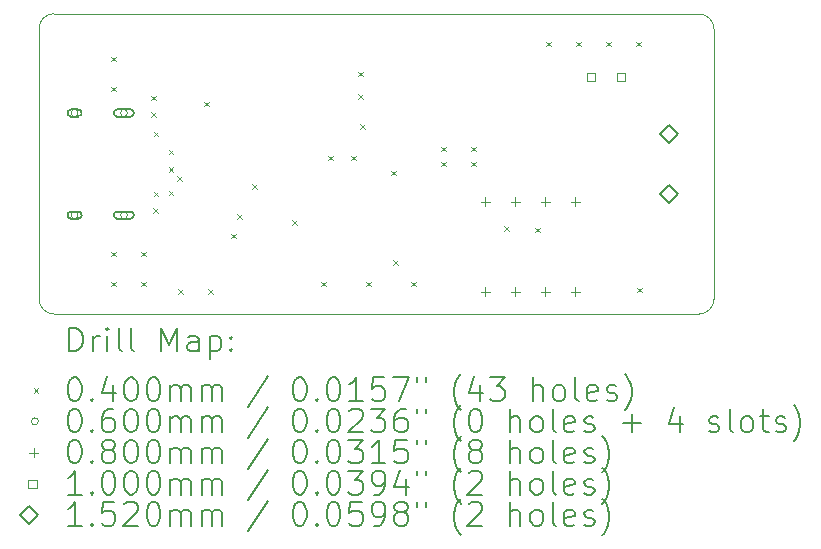
<source format=gbr>
%TF.GenerationSoftware,KiCad,Pcbnew,7.0.5-0*%
%TF.CreationDate,2023-05-30T07:39:42+09:00*%
%TF.ProjectId,LDR6321_PD_Decoy,4c445236-3332-4315-9f50-445f4465636f,0.5*%
%TF.SameCoordinates,Original*%
%TF.FileFunction,Drillmap*%
%TF.FilePolarity,Positive*%
%FSLAX45Y45*%
G04 Gerber Fmt 4.5, Leading zero omitted, Abs format (unit mm)*
G04 Created by KiCad (PCBNEW 7.0.5-0) date 2023-05-30 07:39:42*
%MOMM*%
%LPD*%
G01*
G04 APERTURE LIST*
%ADD10C,0.100000*%
%ADD11C,0.200000*%
%ADD12C,0.040000*%
%ADD13C,0.060000*%
%ADD14C,0.080000*%
%ADD15C,0.152000*%
G04 APERTURE END LIST*
D10*
X15881000Y-6477000D02*
X15881000Y-8763000D01*
X15754000Y-8890000D02*
X10293000Y-8890000D01*
X10166000Y-8763000D02*
X10166000Y-6473803D01*
X15754000Y-8890000D02*
G75*
G03*
X15881000Y-8763000I0J127000D01*
G01*
X10166000Y-8763000D02*
G75*
G03*
X10293000Y-8890000I127000J0D01*
G01*
X15881000Y-6477000D02*
G75*
G03*
X15754000Y-6350000I-127000J0D01*
G01*
X10293000Y-6346803D02*
X15754000Y-6350000D01*
X10293000Y-6346800D02*
G75*
G03*
X10166000Y-6473803I0J-127000D01*
G01*
D11*
D12*
X10775000Y-6711000D02*
X10815000Y-6751000D01*
X10815000Y-6711000D02*
X10775000Y-6751000D01*
X10775000Y-6965000D02*
X10815000Y-7005000D01*
X10815000Y-6965000D02*
X10775000Y-7005000D01*
X10775000Y-8362000D02*
X10815000Y-8402000D01*
X10815000Y-8362000D02*
X10775000Y-8402000D01*
X10775000Y-8616000D02*
X10815000Y-8656000D01*
X10815000Y-8616000D02*
X10775000Y-8656000D01*
X11029000Y-8362000D02*
X11069000Y-8402000D01*
X11069000Y-8362000D02*
X11029000Y-8402000D01*
X11029000Y-8616000D02*
X11069000Y-8656000D01*
X11069000Y-8616000D02*
X11029000Y-8656000D01*
X11117900Y-7041200D02*
X11157900Y-7081200D01*
X11157900Y-7041200D02*
X11117900Y-7081200D01*
X11117900Y-7180900D02*
X11157900Y-7220900D01*
X11157900Y-7180900D02*
X11117900Y-7220900D01*
X11130600Y-7993700D02*
X11170600Y-8033700D01*
X11170600Y-7993700D02*
X11130600Y-8033700D01*
X11136600Y-7346000D02*
X11176600Y-7386000D01*
X11176600Y-7346000D02*
X11136600Y-7386000D01*
X11136600Y-7854000D02*
X11176600Y-7894000D01*
X11176600Y-7854000D02*
X11136600Y-7894000D01*
X11263600Y-7498400D02*
X11303600Y-7538400D01*
X11303600Y-7498400D02*
X11263600Y-7538400D01*
X11263600Y-7647450D02*
X11303600Y-7687450D01*
X11303600Y-7647450D02*
X11263600Y-7687450D01*
X11263600Y-7844500D02*
X11303600Y-7884500D01*
X11303600Y-7844500D02*
X11263600Y-7884500D01*
X11335981Y-7719900D02*
X11375981Y-7759900D01*
X11375981Y-7719900D02*
X11335981Y-7759900D01*
X11346500Y-8679500D02*
X11386500Y-8719500D01*
X11386500Y-8679500D02*
X11346500Y-8719500D01*
X11562400Y-7092000D02*
X11602400Y-7132000D01*
X11602400Y-7092000D02*
X11562400Y-7132000D01*
X11600500Y-8679500D02*
X11640500Y-8719500D01*
X11640500Y-8679500D02*
X11600500Y-8719500D01*
X11791000Y-8209600D02*
X11831000Y-8249600D01*
X11831000Y-8209600D02*
X11791000Y-8249600D01*
X11841800Y-8044500D02*
X11881800Y-8084500D01*
X11881800Y-8044500D02*
X11841800Y-8084500D01*
X11968800Y-7790500D02*
X12008800Y-7830500D01*
X12008800Y-7790500D02*
X11968800Y-7830500D01*
X12311700Y-8095300D02*
X12351700Y-8135300D01*
X12351700Y-8095300D02*
X12311700Y-8135300D01*
X12553000Y-8616000D02*
X12593000Y-8656000D01*
X12593000Y-8616000D02*
X12553000Y-8656000D01*
X12616500Y-7549200D02*
X12656500Y-7589200D01*
X12656500Y-7549200D02*
X12616500Y-7589200D01*
X12810750Y-7549200D02*
X12850750Y-7589200D01*
X12850750Y-7549200D02*
X12810750Y-7589200D01*
X12870500Y-6838000D02*
X12910500Y-6878000D01*
X12910500Y-6838000D02*
X12870500Y-6878000D01*
X12870500Y-7028500D02*
X12910500Y-7068500D01*
X12910500Y-7028500D02*
X12870500Y-7068500D01*
X12883200Y-7282500D02*
X12923200Y-7322500D01*
X12923200Y-7282500D02*
X12883200Y-7322500D01*
X12934000Y-8616000D02*
X12974000Y-8656000D01*
X12974000Y-8616000D02*
X12934000Y-8656000D01*
X13149900Y-7676200D02*
X13189900Y-7716200D01*
X13189900Y-7676200D02*
X13149900Y-7716200D01*
X13162600Y-8431550D02*
X13202600Y-8471550D01*
X13202600Y-8431550D02*
X13162600Y-8471550D01*
X13315000Y-8616000D02*
X13355000Y-8656000D01*
X13355000Y-8616000D02*
X13315000Y-8656000D01*
X13569000Y-7473000D02*
X13609000Y-7513000D01*
X13609000Y-7473000D02*
X13569000Y-7513000D01*
X13569000Y-7600000D02*
X13609000Y-7640000D01*
X13609000Y-7600000D02*
X13569000Y-7640000D01*
X13823000Y-7473000D02*
X13863000Y-7513000D01*
X13863000Y-7473000D02*
X13823000Y-7513000D01*
X13823000Y-7600000D02*
X13863000Y-7640000D01*
X13863000Y-7600000D02*
X13823000Y-7640000D01*
X14102400Y-8146100D02*
X14142400Y-8186100D01*
X14142400Y-8146100D02*
X14102400Y-8186100D01*
X14369100Y-8158800D02*
X14409100Y-8198800D01*
X14409100Y-8158800D02*
X14369100Y-8198800D01*
X14458000Y-6584000D02*
X14498000Y-6624000D01*
X14498000Y-6584000D02*
X14458000Y-6624000D01*
X14712000Y-6584000D02*
X14752000Y-6624000D01*
X14752000Y-6584000D02*
X14712000Y-6624000D01*
X14966000Y-6584000D02*
X15006000Y-6624000D01*
X15006000Y-6584000D02*
X14966000Y-6624000D01*
X15220000Y-6584000D02*
X15260000Y-6624000D01*
X15260000Y-6584000D02*
X15220000Y-6624000D01*
X15232700Y-8666800D02*
X15272700Y-8706800D01*
X15272700Y-8666800D02*
X15232700Y-8706800D01*
D13*
X10497400Y-7188000D02*
G75*
G03*
X10497400Y-7188000I-30000J0D01*
G01*
D11*
X10497400Y-7158000D02*
X10437400Y-7158000D01*
X10437400Y-7158000D02*
G75*
G03*
X10437400Y-7218000I0J-30000D01*
G01*
X10437400Y-7218000D02*
X10497400Y-7218000D01*
X10497400Y-7218000D02*
G75*
G03*
X10497400Y-7158000I0J30000D01*
G01*
D13*
X10497400Y-8052000D02*
G75*
G03*
X10497400Y-8052000I-30000J0D01*
G01*
D11*
X10497400Y-8022000D02*
X10437400Y-8022000D01*
X10437400Y-8022000D02*
G75*
G03*
X10437400Y-8082000I0J-30000D01*
G01*
X10437400Y-8082000D02*
X10497400Y-8082000D01*
X10497400Y-8082000D02*
G75*
G03*
X10497400Y-8022000I0J30000D01*
G01*
D13*
X10915400Y-7188000D02*
G75*
G03*
X10915400Y-7188000I-30000J0D01*
G01*
D11*
X10940400Y-7158000D02*
X10830400Y-7158000D01*
X10830400Y-7158000D02*
G75*
G03*
X10830400Y-7218000I0J-30000D01*
G01*
X10830400Y-7218000D02*
X10940400Y-7218000D01*
X10940400Y-7218000D02*
G75*
G03*
X10940400Y-7158000I0J30000D01*
G01*
D13*
X10915400Y-8052000D02*
G75*
G03*
X10915400Y-8052000I-30000J0D01*
G01*
D11*
X10940400Y-8022000D02*
X10830400Y-8022000D01*
X10830400Y-8022000D02*
G75*
G03*
X10830400Y-8082000I0J-30000D01*
G01*
X10830400Y-8082000D02*
X10940400Y-8082000D01*
X10940400Y-8082000D02*
G75*
G03*
X10940400Y-8022000I0J30000D01*
G01*
D14*
X13944600Y-7897500D02*
X13944600Y-7977500D01*
X13904600Y-7937500D02*
X13984600Y-7937500D01*
X13944600Y-8659500D02*
X13944600Y-8739500D01*
X13904600Y-8699500D02*
X13984600Y-8699500D01*
X14198600Y-7897500D02*
X14198600Y-7977500D01*
X14158600Y-7937500D02*
X14238600Y-7937500D01*
X14198600Y-8659500D02*
X14198600Y-8739500D01*
X14158600Y-8699500D02*
X14238600Y-8699500D01*
X14452600Y-7897500D02*
X14452600Y-7977500D01*
X14412600Y-7937500D02*
X14492600Y-7937500D01*
X14452600Y-8659500D02*
X14452600Y-8739500D01*
X14412600Y-8699500D02*
X14492600Y-8699500D01*
X14706600Y-7897500D02*
X14706600Y-7977500D01*
X14666600Y-7937500D02*
X14746600Y-7937500D01*
X14706600Y-8659500D02*
X14706600Y-8739500D01*
X14666600Y-8699500D02*
X14746600Y-8699500D01*
D10*
X14874456Y-6918756D02*
X14874456Y-6848044D01*
X14803744Y-6848044D01*
X14803744Y-6918756D01*
X14874456Y-6918756D01*
X15128456Y-6918756D02*
X15128456Y-6848044D01*
X15057744Y-6848044D01*
X15057744Y-6918756D01*
X15128456Y-6918756D01*
D15*
X15500000Y-7442000D02*
X15576000Y-7366000D01*
X15500000Y-7290000D01*
X15424000Y-7366000D01*
X15500000Y-7442000D01*
X15500000Y-7950000D02*
X15576000Y-7874000D01*
X15500000Y-7798000D01*
X15424000Y-7874000D01*
X15500000Y-7950000D01*
D11*
X10421777Y-9206484D02*
X10421777Y-9006484D01*
X10421777Y-9006484D02*
X10469396Y-9006484D01*
X10469396Y-9006484D02*
X10497967Y-9016008D01*
X10497967Y-9016008D02*
X10517015Y-9035055D01*
X10517015Y-9035055D02*
X10526539Y-9054103D01*
X10526539Y-9054103D02*
X10536063Y-9092198D01*
X10536063Y-9092198D02*
X10536063Y-9120770D01*
X10536063Y-9120770D02*
X10526539Y-9158865D01*
X10526539Y-9158865D02*
X10517015Y-9177912D01*
X10517015Y-9177912D02*
X10497967Y-9196960D01*
X10497967Y-9196960D02*
X10469396Y-9206484D01*
X10469396Y-9206484D02*
X10421777Y-9206484D01*
X10621777Y-9206484D02*
X10621777Y-9073150D01*
X10621777Y-9111246D02*
X10631301Y-9092198D01*
X10631301Y-9092198D02*
X10640824Y-9082674D01*
X10640824Y-9082674D02*
X10659872Y-9073150D01*
X10659872Y-9073150D02*
X10678920Y-9073150D01*
X10745586Y-9206484D02*
X10745586Y-9073150D01*
X10745586Y-9006484D02*
X10736063Y-9016008D01*
X10736063Y-9016008D02*
X10745586Y-9025531D01*
X10745586Y-9025531D02*
X10755110Y-9016008D01*
X10755110Y-9016008D02*
X10745586Y-9006484D01*
X10745586Y-9006484D02*
X10745586Y-9025531D01*
X10869396Y-9206484D02*
X10850348Y-9196960D01*
X10850348Y-9196960D02*
X10840824Y-9177912D01*
X10840824Y-9177912D02*
X10840824Y-9006484D01*
X10974158Y-9206484D02*
X10955110Y-9196960D01*
X10955110Y-9196960D02*
X10945586Y-9177912D01*
X10945586Y-9177912D02*
X10945586Y-9006484D01*
X11202729Y-9206484D02*
X11202729Y-9006484D01*
X11202729Y-9006484D02*
X11269396Y-9149341D01*
X11269396Y-9149341D02*
X11336062Y-9006484D01*
X11336062Y-9006484D02*
X11336062Y-9206484D01*
X11517015Y-9206484D02*
X11517015Y-9101722D01*
X11517015Y-9101722D02*
X11507491Y-9082674D01*
X11507491Y-9082674D02*
X11488443Y-9073150D01*
X11488443Y-9073150D02*
X11450348Y-9073150D01*
X11450348Y-9073150D02*
X11431301Y-9082674D01*
X11517015Y-9196960D02*
X11497967Y-9206484D01*
X11497967Y-9206484D02*
X11450348Y-9206484D01*
X11450348Y-9206484D02*
X11431301Y-9196960D01*
X11431301Y-9196960D02*
X11421777Y-9177912D01*
X11421777Y-9177912D02*
X11421777Y-9158865D01*
X11421777Y-9158865D02*
X11431301Y-9139817D01*
X11431301Y-9139817D02*
X11450348Y-9130293D01*
X11450348Y-9130293D02*
X11497967Y-9130293D01*
X11497967Y-9130293D02*
X11517015Y-9120770D01*
X11612253Y-9073150D02*
X11612253Y-9273150D01*
X11612253Y-9082674D02*
X11631301Y-9073150D01*
X11631301Y-9073150D02*
X11669396Y-9073150D01*
X11669396Y-9073150D02*
X11688443Y-9082674D01*
X11688443Y-9082674D02*
X11697967Y-9092198D01*
X11697967Y-9092198D02*
X11707491Y-9111246D01*
X11707491Y-9111246D02*
X11707491Y-9168389D01*
X11707491Y-9168389D02*
X11697967Y-9187436D01*
X11697967Y-9187436D02*
X11688443Y-9196960D01*
X11688443Y-9196960D02*
X11669396Y-9206484D01*
X11669396Y-9206484D02*
X11631301Y-9206484D01*
X11631301Y-9206484D02*
X11612253Y-9196960D01*
X11793205Y-9187436D02*
X11802729Y-9196960D01*
X11802729Y-9196960D02*
X11793205Y-9206484D01*
X11793205Y-9206484D02*
X11783682Y-9196960D01*
X11783682Y-9196960D02*
X11793205Y-9187436D01*
X11793205Y-9187436D02*
X11793205Y-9206484D01*
X11793205Y-9082674D02*
X11802729Y-9092198D01*
X11802729Y-9092198D02*
X11793205Y-9101722D01*
X11793205Y-9101722D02*
X11783682Y-9092198D01*
X11783682Y-9092198D02*
X11793205Y-9082674D01*
X11793205Y-9082674D02*
X11793205Y-9101722D01*
D12*
X10121000Y-9515000D02*
X10161000Y-9555000D01*
X10161000Y-9515000D02*
X10121000Y-9555000D01*
D11*
X10459872Y-9426484D02*
X10478920Y-9426484D01*
X10478920Y-9426484D02*
X10497967Y-9436008D01*
X10497967Y-9436008D02*
X10507491Y-9445531D01*
X10507491Y-9445531D02*
X10517015Y-9464579D01*
X10517015Y-9464579D02*
X10526539Y-9502674D01*
X10526539Y-9502674D02*
X10526539Y-9550293D01*
X10526539Y-9550293D02*
X10517015Y-9588389D01*
X10517015Y-9588389D02*
X10507491Y-9607436D01*
X10507491Y-9607436D02*
X10497967Y-9616960D01*
X10497967Y-9616960D02*
X10478920Y-9626484D01*
X10478920Y-9626484D02*
X10459872Y-9626484D01*
X10459872Y-9626484D02*
X10440824Y-9616960D01*
X10440824Y-9616960D02*
X10431301Y-9607436D01*
X10431301Y-9607436D02*
X10421777Y-9588389D01*
X10421777Y-9588389D02*
X10412253Y-9550293D01*
X10412253Y-9550293D02*
X10412253Y-9502674D01*
X10412253Y-9502674D02*
X10421777Y-9464579D01*
X10421777Y-9464579D02*
X10431301Y-9445531D01*
X10431301Y-9445531D02*
X10440824Y-9436008D01*
X10440824Y-9436008D02*
X10459872Y-9426484D01*
X10612253Y-9607436D02*
X10621777Y-9616960D01*
X10621777Y-9616960D02*
X10612253Y-9626484D01*
X10612253Y-9626484D02*
X10602729Y-9616960D01*
X10602729Y-9616960D02*
X10612253Y-9607436D01*
X10612253Y-9607436D02*
X10612253Y-9626484D01*
X10793205Y-9493150D02*
X10793205Y-9626484D01*
X10745586Y-9416960D02*
X10697967Y-9559817D01*
X10697967Y-9559817D02*
X10821777Y-9559817D01*
X10936063Y-9426484D02*
X10955110Y-9426484D01*
X10955110Y-9426484D02*
X10974158Y-9436008D01*
X10974158Y-9436008D02*
X10983682Y-9445531D01*
X10983682Y-9445531D02*
X10993205Y-9464579D01*
X10993205Y-9464579D02*
X11002729Y-9502674D01*
X11002729Y-9502674D02*
X11002729Y-9550293D01*
X11002729Y-9550293D02*
X10993205Y-9588389D01*
X10993205Y-9588389D02*
X10983682Y-9607436D01*
X10983682Y-9607436D02*
X10974158Y-9616960D01*
X10974158Y-9616960D02*
X10955110Y-9626484D01*
X10955110Y-9626484D02*
X10936063Y-9626484D01*
X10936063Y-9626484D02*
X10917015Y-9616960D01*
X10917015Y-9616960D02*
X10907491Y-9607436D01*
X10907491Y-9607436D02*
X10897967Y-9588389D01*
X10897967Y-9588389D02*
X10888444Y-9550293D01*
X10888444Y-9550293D02*
X10888444Y-9502674D01*
X10888444Y-9502674D02*
X10897967Y-9464579D01*
X10897967Y-9464579D02*
X10907491Y-9445531D01*
X10907491Y-9445531D02*
X10917015Y-9436008D01*
X10917015Y-9436008D02*
X10936063Y-9426484D01*
X11126539Y-9426484D02*
X11145586Y-9426484D01*
X11145586Y-9426484D02*
X11164634Y-9436008D01*
X11164634Y-9436008D02*
X11174158Y-9445531D01*
X11174158Y-9445531D02*
X11183682Y-9464579D01*
X11183682Y-9464579D02*
X11193205Y-9502674D01*
X11193205Y-9502674D02*
X11193205Y-9550293D01*
X11193205Y-9550293D02*
X11183682Y-9588389D01*
X11183682Y-9588389D02*
X11174158Y-9607436D01*
X11174158Y-9607436D02*
X11164634Y-9616960D01*
X11164634Y-9616960D02*
X11145586Y-9626484D01*
X11145586Y-9626484D02*
X11126539Y-9626484D01*
X11126539Y-9626484D02*
X11107491Y-9616960D01*
X11107491Y-9616960D02*
X11097967Y-9607436D01*
X11097967Y-9607436D02*
X11088444Y-9588389D01*
X11088444Y-9588389D02*
X11078920Y-9550293D01*
X11078920Y-9550293D02*
X11078920Y-9502674D01*
X11078920Y-9502674D02*
X11088444Y-9464579D01*
X11088444Y-9464579D02*
X11097967Y-9445531D01*
X11097967Y-9445531D02*
X11107491Y-9436008D01*
X11107491Y-9436008D02*
X11126539Y-9426484D01*
X11278920Y-9626484D02*
X11278920Y-9493150D01*
X11278920Y-9512198D02*
X11288443Y-9502674D01*
X11288443Y-9502674D02*
X11307491Y-9493150D01*
X11307491Y-9493150D02*
X11336063Y-9493150D01*
X11336063Y-9493150D02*
X11355110Y-9502674D01*
X11355110Y-9502674D02*
X11364634Y-9521722D01*
X11364634Y-9521722D02*
X11364634Y-9626484D01*
X11364634Y-9521722D02*
X11374158Y-9502674D01*
X11374158Y-9502674D02*
X11393205Y-9493150D01*
X11393205Y-9493150D02*
X11421777Y-9493150D01*
X11421777Y-9493150D02*
X11440824Y-9502674D01*
X11440824Y-9502674D02*
X11450348Y-9521722D01*
X11450348Y-9521722D02*
X11450348Y-9626484D01*
X11545586Y-9626484D02*
X11545586Y-9493150D01*
X11545586Y-9512198D02*
X11555110Y-9502674D01*
X11555110Y-9502674D02*
X11574158Y-9493150D01*
X11574158Y-9493150D02*
X11602729Y-9493150D01*
X11602729Y-9493150D02*
X11621777Y-9502674D01*
X11621777Y-9502674D02*
X11631301Y-9521722D01*
X11631301Y-9521722D02*
X11631301Y-9626484D01*
X11631301Y-9521722D02*
X11640824Y-9502674D01*
X11640824Y-9502674D02*
X11659872Y-9493150D01*
X11659872Y-9493150D02*
X11688443Y-9493150D01*
X11688443Y-9493150D02*
X11707491Y-9502674D01*
X11707491Y-9502674D02*
X11717015Y-9521722D01*
X11717015Y-9521722D02*
X11717015Y-9626484D01*
X12107491Y-9416960D02*
X11936063Y-9674103D01*
X12364634Y-9426484D02*
X12383682Y-9426484D01*
X12383682Y-9426484D02*
X12402729Y-9436008D01*
X12402729Y-9436008D02*
X12412253Y-9445531D01*
X12412253Y-9445531D02*
X12421777Y-9464579D01*
X12421777Y-9464579D02*
X12431301Y-9502674D01*
X12431301Y-9502674D02*
X12431301Y-9550293D01*
X12431301Y-9550293D02*
X12421777Y-9588389D01*
X12421777Y-9588389D02*
X12412253Y-9607436D01*
X12412253Y-9607436D02*
X12402729Y-9616960D01*
X12402729Y-9616960D02*
X12383682Y-9626484D01*
X12383682Y-9626484D02*
X12364634Y-9626484D01*
X12364634Y-9626484D02*
X12345586Y-9616960D01*
X12345586Y-9616960D02*
X12336063Y-9607436D01*
X12336063Y-9607436D02*
X12326539Y-9588389D01*
X12326539Y-9588389D02*
X12317015Y-9550293D01*
X12317015Y-9550293D02*
X12317015Y-9502674D01*
X12317015Y-9502674D02*
X12326539Y-9464579D01*
X12326539Y-9464579D02*
X12336063Y-9445531D01*
X12336063Y-9445531D02*
X12345586Y-9436008D01*
X12345586Y-9436008D02*
X12364634Y-9426484D01*
X12517015Y-9607436D02*
X12526539Y-9616960D01*
X12526539Y-9616960D02*
X12517015Y-9626484D01*
X12517015Y-9626484D02*
X12507491Y-9616960D01*
X12507491Y-9616960D02*
X12517015Y-9607436D01*
X12517015Y-9607436D02*
X12517015Y-9626484D01*
X12650348Y-9426484D02*
X12669396Y-9426484D01*
X12669396Y-9426484D02*
X12688444Y-9436008D01*
X12688444Y-9436008D02*
X12697967Y-9445531D01*
X12697967Y-9445531D02*
X12707491Y-9464579D01*
X12707491Y-9464579D02*
X12717015Y-9502674D01*
X12717015Y-9502674D02*
X12717015Y-9550293D01*
X12717015Y-9550293D02*
X12707491Y-9588389D01*
X12707491Y-9588389D02*
X12697967Y-9607436D01*
X12697967Y-9607436D02*
X12688444Y-9616960D01*
X12688444Y-9616960D02*
X12669396Y-9626484D01*
X12669396Y-9626484D02*
X12650348Y-9626484D01*
X12650348Y-9626484D02*
X12631301Y-9616960D01*
X12631301Y-9616960D02*
X12621777Y-9607436D01*
X12621777Y-9607436D02*
X12612253Y-9588389D01*
X12612253Y-9588389D02*
X12602729Y-9550293D01*
X12602729Y-9550293D02*
X12602729Y-9502674D01*
X12602729Y-9502674D02*
X12612253Y-9464579D01*
X12612253Y-9464579D02*
X12621777Y-9445531D01*
X12621777Y-9445531D02*
X12631301Y-9436008D01*
X12631301Y-9436008D02*
X12650348Y-9426484D01*
X12907491Y-9626484D02*
X12793206Y-9626484D01*
X12850348Y-9626484D02*
X12850348Y-9426484D01*
X12850348Y-9426484D02*
X12831301Y-9455055D01*
X12831301Y-9455055D02*
X12812253Y-9474103D01*
X12812253Y-9474103D02*
X12793206Y-9483627D01*
X13088444Y-9426484D02*
X12993206Y-9426484D01*
X12993206Y-9426484D02*
X12983682Y-9521722D01*
X12983682Y-9521722D02*
X12993206Y-9512198D01*
X12993206Y-9512198D02*
X13012253Y-9502674D01*
X13012253Y-9502674D02*
X13059872Y-9502674D01*
X13059872Y-9502674D02*
X13078920Y-9512198D01*
X13078920Y-9512198D02*
X13088444Y-9521722D01*
X13088444Y-9521722D02*
X13097967Y-9540770D01*
X13097967Y-9540770D02*
X13097967Y-9588389D01*
X13097967Y-9588389D02*
X13088444Y-9607436D01*
X13088444Y-9607436D02*
X13078920Y-9616960D01*
X13078920Y-9616960D02*
X13059872Y-9626484D01*
X13059872Y-9626484D02*
X13012253Y-9626484D01*
X13012253Y-9626484D02*
X12993206Y-9616960D01*
X12993206Y-9616960D02*
X12983682Y-9607436D01*
X13164634Y-9426484D02*
X13297967Y-9426484D01*
X13297967Y-9426484D02*
X13212253Y-9626484D01*
X13364634Y-9426484D02*
X13364634Y-9464579D01*
X13440825Y-9426484D02*
X13440825Y-9464579D01*
X13736063Y-9702674D02*
X13726539Y-9693150D01*
X13726539Y-9693150D02*
X13707491Y-9664579D01*
X13707491Y-9664579D02*
X13697968Y-9645531D01*
X13697968Y-9645531D02*
X13688444Y-9616960D01*
X13688444Y-9616960D02*
X13678920Y-9569341D01*
X13678920Y-9569341D02*
X13678920Y-9531246D01*
X13678920Y-9531246D02*
X13688444Y-9483627D01*
X13688444Y-9483627D02*
X13697968Y-9455055D01*
X13697968Y-9455055D02*
X13707491Y-9436008D01*
X13707491Y-9436008D02*
X13726539Y-9407436D01*
X13726539Y-9407436D02*
X13736063Y-9397912D01*
X13897968Y-9493150D02*
X13897968Y-9626484D01*
X13850348Y-9416960D02*
X13802729Y-9559817D01*
X13802729Y-9559817D02*
X13926539Y-9559817D01*
X13983682Y-9426484D02*
X14107491Y-9426484D01*
X14107491Y-9426484D02*
X14040825Y-9502674D01*
X14040825Y-9502674D02*
X14069396Y-9502674D01*
X14069396Y-9502674D02*
X14088444Y-9512198D01*
X14088444Y-9512198D02*
X14097968Y-9521722D01*
X14097968Y-9521722D02*
X14107491Y-9540770D01*
X14107491Y-9540770D02*
X14107491Y-9588389D01*
X14107491Y-9588389D02*
X14097968Y-9607436D01*
X14097968Y-9607436D02*
X14088444Y-9616960D01*
X14088444Y-9616960D02*
X14069396Y-9626484D01*
X14069396Y-9626484D02*
X14012253Y-9626484D01*
X14012253Y-9626484D02*
X13993206Y-9616960D01*
X13993206Y-9616960D02*
X13983682Y-9607436D01*
X14345587Y-9626484D02*
X14345587Y-9426484D01*
X14431301Y-9626484D02*
X14431301Y-9521722D01*
X14431301Y-9521722D02*
X14421777Y-9502674D01*
X14421777Y-9502674D02*
X14402730Y-9493150D01*
X14402730Y-9493150D02*
X14374158Y-9493150D01*
X14374158Y-9493150D02*
X14355110Y-9502674D01*
X14355110Y-9502674D02*
X14345587Y-9512198D01*
X14555110Y-9626484D02*
X14536063Y-9616960D01*
X14536063Y-9616960D02*
X14526539Y-9607436D01*
X14526539Y-9607436D02*
X14517015Y-9588389D01*
X14517015Y-9588389D02*
X14517015Y-9531246D01*
X14517015Y-9531246D02*
X14526539Y-9512198D01*
X14526539Y-9512198D02*
X14536063Y-9502674D01*
X14536063Y-9502674D02*
X14555110Y-9493150D01*
X14555110Y-9493150D02*
X14583682Y-9493150D01*
X14583682Y-9493150D02*
X14602730Y-9502674D01*
X14602730Y-9502674D02*
X14612253Y-9512198D01*
X14612253Y-9512198D02*
X14621777Y-9531246D01*
X14621777Y-9531246D02*
X14621777Y-9588389D01*
X14621777Y-9588389D02*
X14612253Y-9607436D01*
X14612253Y-9607436D02*
X14602730Y-9616960D01*
X14602730Y-9616960D02*
X14583682Y-9626484D01*
X14583682Y-9626484D02*
X14555110Y-9626484D01*
X14736063Y-9626484D02*
X14717015Y-9616960D01*
X14717015Y-9616960D02*
X14707491Y-9597912D01*
X14707491Y-9597912D02*
X14707491Y-9426484D01*
X14888444Y-9616960D02*
X14869396Y-9626484D01*
X14869396Y-9626484D02*
X14831301Y-9626484D01*
X14831301Y-9626484D02*
X14812253Y-9616960D01*
X14812253Y-9616960D02*
X14802730Y-9597912D01*
X14802730Y-9597912D02*
X14802730Y-9521722D01*
X14802730Y-9521722D02*
X14812253Y-9502674D01*
X14812253Y-9502674D02*
X14831301Y-9493150D01*
X14831301Y-9493150D02*
X14869396Y-9493150D01*
X14869396Y-9493150D02*
X14888444Y-9502674D01*
X14888444Y-9502674D02*
X14897968Y-9521722D01*
X14897968Y-9521722D02*
X14897968Y-9540770D01*
X14897968Y-9540770D02*
X14802730Y-9559817D01*
X14974158Y-9616960D02*
X14993206Y-9626484D01*
X14993206Y-9626484D02*
X15031301Y-9626484D01*
X15031301Y-9626484D02*
X15050349Y-9616960D01*
X15050349Y-9616960D02*
X15059872Y-9597912D01*
X15059872Y-9597912D02*
X15059872Y-9588389D01*
X15059872Y-9588389D02*
X15050349Y-9569341D01*
X15050349Y-9569341D02*
X15031301Y-9559817D01*
X15031301Y-9559817D02*
X15002730Y-9559817D01*
X15002730Y-9559817D02*
X14983682Y-9550293D01*
X14983682Y-9550293D02*
X14974158Y-9531246D01*
X14974158Y-9531246D02*
X14974158Y-9521722D01*
X14974158Y-9521722D02*
X14983682Y-9502674D01*
X14983682Y-9502674D02*
X15002730Y-9493150D01*
X15002730Y-9493150D02*
X15031301Y-9493150D01*
X15031301Y-9493150D02*
X15050349Y-9502674D01*
X15126539Y-9702674D02*
X15136063Y-9693150D01*
X15136063Y-9693150D02*
X15155111Y-9664579D01*
X15155111Y-9664579D02*
X15164634Y-9645531D01*
X15164634Y-9645531D02*
X15174158Y-9616960D01*
X15174158Y-9616960D02*
X15183682Y-9569341D01*
X15183682Y-9569341D02*
X15183682Y-9531246D01*
X15183682Y-9531246D02*
X15174158Y-9483627D01*
X15174158Y-9483627D02*
X15164634Y-9455055D01*
X15164634Y-9455055D02*
X15155111Y-9436008D01*
X15155111Y-9436008D02*
X15136063Y-9407436D01*
X15136063Y-9407436D02*
X15126539Y-9397912D01*
D13*
X10161000Y-9799000D02*
G75*
G03*
X10161000Y-9799000I-30000J0D01*
G01*
D11*
X10459872Y-9690484D02*
X10478920Y-9690484D01*
X10478920Y-9690484D02*
X10497967Y-9700008D01*
X10497967Y-9700008D02*
X10507491Y-9709531D01*
X10507491Y-9709531D02*
X10517015Y-9728579D01*
X10517015Y-9728579D02*
X10526539Y-9766674D01*
X10526539Y-9766674D02*
X10526539Y-9814293D01*
X10526539Y-9814293D02*
X10517015Y-9852389D01*
X10517015Y-9852389D02*
X10507491Y-9871436D01*
X10507491Y-9871436D02*
X10497967Y-9880960D01*
X10497967Y-9880960D02*
X10478920Y-9890484D01*
X10478920Y-9890484D02*
X10459872Y-9890484D01*
X10459872Y-9890484D02*
X10440824Y-9880960D01*
X10440824Y-9880960D02*
X10431301Y-9871436D01*
X10431301Y-9871436D02*
X10421777Y-9852389D01*
X10421777Y-9852389D02*
X10412253Y-9814293D01*
X10412253Y-9814293D02*
X10412253Y-9766674D01*
X10412253Y-9766674D02*
X10421777Y-9728579D01*
X10421777Y-9728579D02*
X10431301Y-9709531D01*
X10431301Y-9709531D02*
X10440824Y-9700008D01*
X10440824Y-9700008D02*
X10459872Y-9690484D01*
X10612253Y-9871436D02*
X10621777Y-9880960D01*
X10621777Y-9880960D02*
X10612253Y-9890484D01*
X10612253Y-9890484D02*
X10602729Y-9880960D01*
X10602729Y-9880960D02*
X10612253Y-9871436D01*
X10612253Y-9871436D02*
X10612253Y-9890484D01*
X10793205Y-9690484D02*
X10755110Y-9690484D01*
X10755110Y-9690484D02*
X10736063Y-9700008D01*
X10736063Y-9700008D02*
X10726539Y-9709531D01*
X10726539Y-9709531D02*
X10707491Y-9738103D01*
X10707491Y-9738103D02*
X10697967Y-9776198D01*
X10697967Y-9776198D02*
X10697967Y-9852389D01*
X10697967Y-9852389D02*
X10707491Y-9871436D01*
X10707491Y-9871436D02*
X10717015Y-9880960D01*
X10717015Y-9880960D02*
X10736063Y-9890484D01*
X10736063Y-9890484D02*
X10774158Y-9890484D01*
X10774158Y-9890484D02*
X10793205Y-9880960D01*
X10793205Y-9880960D02*
X10802729Y-9871436D01*
X10802729Y-9871436D02*
X10812253Y-9852389D01*
X10812253Y-9852389D02*
X10812253Y-9804770D01*
X10812253Y-9804770D02*
X10802729Y-9785722D01*
X10802729Y-9785722D02*
X10793205Y-9776198D01*
X10793205Y-9776198D02*
X10774158Y-9766674D01*
X10774158Y-9766674D02*
X10736063Y-9766674D01*
X10736063Y-9766674D02*
X10717015Y-9776198D01*
X10717015Y-9776198D02*
X10707491Y-9785722D01*
X10707491Y-9785722D02*
X10697967Y-9804770D01*
X10936063Y-9690484D02*
X10955110Y-9690484D01*
X10955110Y-9690484D02*
X10974158Y-9700008D01*
X10974158Y-9700008D02*
X10983682Y-9709531D01*
X10983682Y-9709531D02*
X10993205Y-9728579D01*
X10993205Y-9728579D02*
X11002729Y-9766674D01*
X11002729Y-9766674D02*
X11002729Y-9814293D01*
X11002729Y-9814293D02*
X10993205Y-9852389D01*
X10993205Y-9852389D02*
X10983682Y-9871436D01*
X10983682Y-9871436D02*
X10974158Y-9880960D01*
X10974158Y-9880960D02*
X10955110Y-9890484D01*
X10955110Y-9890484D02*
X10936063Y-9890484D01*
X10936063Y-9890484D02*
X10917015Y-9880960D01*
X10917015Y-9880960D02*
X10907491Y-9871436D01*
X10907491Y-9871436D02*
X10897967Y-9852389D01*
X10897967Y-9852389D02*
X10888444Y-9814293D01*
X10888444Y-9814293D02*
X10888444Y-9766674D01*
X10888444Y-9766674D02*
X10897967Y-9728579D01*
X10897967Y-9728579D02*
X10907491Y-9709531D01*
X10907491Y-9709531D02*
X10917015Y-9700008D01*
X10917015Y-9700008D02*
X10936063Y-9690484D01*
X11126539Y-9690484D02*
X11145586Y-9690484D01*
X11145586Y-9690484D02*
X11164634Y-9700008D01*
X11164634Y-9700008D02*
X11174158Y-9709531D01*
X11174158Y-9709531D02*
X11183682Y-9728579D01*
X11183682Y-9728579D02*
X11193205Y-9766674D01*
X11193205Y-9766674D02*
X11193205Y-9814293D01*
X11193205Y-9814293D02*
X11183682Y-9852389D01*
X11183682Y-9852389D02*
X11174158Y-9871436D01*
X11174158Y-9871436D02*
X11164634Y-9880960D01*
X11164634Y-9880960D02*
X11145586Y-9890484D01*
X11145586Y-9890484D02*
X11126539Y-9890484D01*
X11126539Y-9890484D02*
X11107491Y-9880960D01*
X11107491Y-9880960D02*
X11097967Y-9871436D01*
X11097967Y-9871436D02*
X11088444Y-9852389D01*
X11088444Y-9852389D02*
X11078920Y-9814293D01*
X11078920Y-9814293D02*
X11078920Y-9766674D01*
X11078920Y-9766674D02*
X11088444Y-9728579D01*
X11088444Y-9728579D02*
X11097967Y-9709531D01*
X11097967Y-9709531D02*
X11107491Y-9700008D01*
X11107491Y-9700008D02*
X11126539Y-9690484D01*
X11278920Y-9890484D02*
X11278920Y-9757150D01*
X11278920Y-9776198D02*
X11288443Y-9766674D01*
X11288443Y-9766674D02*
X11307491Y-9757150D01*
X11307491Y-9757150D02*
X11336063Y-9757150D01*
X11336063Y-9757150D02*
X11355110Y-9766674D01*
X11355110Y-9766674D02*
X11364634Y-9785722D01*
X11364634Y-9785722D02*
X11364634Y-9890484D01*
X11364634Y-9785722D02*
X11374158Y-9766674D01*
X11374158Y-9766674D02*
X11393205Y-9757150D01*
X11393205Y-9757150D02*
X11421777Y-9757150D01*
X11421777Y-9757150D02*
X11440824Y-9766674D01*
X11440824Y-9766674D02*
X11450348Y-9785722D01*
X11450348Y-9785722D02*
X11450348Y-9890484D01*
X11545586Y-9890484D02*
X11545586Y-9757150D01*
X11545586Y-9776198D02*
X11555110Y-9766674D01*
X11555110Y-9766674D02*
X11574158Y-9757150D01*
X11574158Y-9757150D02*
X11602729Y-9757150D01*
X11602729Y-9757150D02*
X11621777Y-9766674D01*
X11621777Y-9766674D02*
X11631301Y-9785722D01*
X11631301Y-9785722D02*
X11631301Y-9890484D01*
X11631301Y-9785722D02*
X11640824Y-9766674D01*
X11640824Y-9766674D02*
X11659872Y-9757150D01*
X11659872Y-9757150D02*
X11688443Y-9757150D01*
X11688443Y-9757150D02*
X11707491Y-9766674D01*
X11707491Y-9766674D02*
X11717015Y-9785722D01*
X11717015Y-9785722D02*
X11717015Y-9890484D01*
X12107491Y-9680960D02*
X11936063Y-9938103D01*
X12364634Y-9690484D02*
X12383682Y-9690484D01*
X12383682Y-9690484D02*
X12402729Y-9700008D01*
X12402729Y-9700008D02*
X12412253Y-9709531D01*
X12412253Y-9709531D02*
X12421777Y-9728579D01*
X12421777Y-9728579D02*
X12431301Y-9766674D01*
X12431301Y-9766674D02*
X12431301Y-9814293D01*
X12431301Y-9814293D02*
X12421777Y-9852389D01*
X12421777Y-9852389D02*
X12412253Y-9871436D01*
X12412253Y-9871436D02*
X12402729Y-9880960D01*
X12402729Y-9880960D02*
X12383682Y-9890484D01*
X12383682Y-9890484D02*
X12364634Y-9890484D01*
X12364634Y-9890484D02*
X12345586Y-9880960D01*
X12345586Y-9880960D02*
X12336063Y-9871436D01*
X12336063Y-9871436D02*
X12326539Y-9852389D01*
X12326539Y-9852389D02*
X12317015Y-9814293D01*
X12317015Y-9814293D02*
X12317015Y-9766674D01*
X12317015Y-9766674D02*
X12326539Y-9728579D01*
X12326539Y-9728579D02*
X12336063Y-9709531D01*
X12336063Y-9709531D02*
X12345586Y-9700008D01*
X12345586Y-9700008D02*
X12364634Y-9690484D01*
X12517015Y-9871436D02*
X12526539Y-9880960D01*
X12526539Y-9880960D02*
X12517015Y-9890484D01*
X12517015Y-9890484D02*
X12507491Y-9880960D01*
X12507491Y-9880960D02*
X12517015Y-9871436D01*
X12517015Y-9871436D02*
X12517015Y-9890484D01*
X12650348Y-9690484D02*
X12669396Y-9690484D01*
X12669396Y-9690484D02*
X12688444Y-9700008D01*
X12688444Y-9700008D02*
X12697967Y-9709531D01*
X12697967Y-9709531D02*
X12707491Y-9728579D01*
X12707491Y-9728579D02*
X12717015Y-9766674D01*
X12717015Y-9766674D02*
X12717015Y-9814293D01*
X12717015Y-9814293D02*
X12707491Y-9852389D01*
X12707491Y-9852389D02*
X12697967Y-9871436D01*
X12697967Y-9871436D02*
X12688444Y-9880960D01*
X12688444Y-9880960D02*
X12669396Y-9890484D01*
X12669396Y-9890484D02*
X12650348Y-9890484D01*
X12650348Y-9890484D02*
X12631301Y-9880960D01*
X12631301Y-9880960D02*
X12621777Y-9871436D01*
X12621777Y-9871436D02*
X12612253Y-9852389D01*
X12612253Y-9852389D02*
X12602729Y-9814293D01*
X12602729Y-9814293D02*
X12602729Y-9766674D01*
X12602729Y-9766674D02*
X12612253Y-9728579D01*
X12612253Y-9728579D02*
X12621777Y-9709531D01*
X12621777Y-9709531D02*
X12631301Y-9700008D01*
X12631301Y-9700008D02*
X12650348Y-9690484D01*
X12793206Y-9709531D02*
X12802729Y-9700008D01*
X12802729Y-9700008D02*
X12821777Y-9690484D01*
X12821777Y-9690484D02*
X12869396Y-9690484D01*
X12869396Y-9690484D02*
X12888444Y-9700008D01*
X12888444Y-9700008D02*
X12897967Y-9709531D01*
X12897967Y-9709531D02*
X12907491Y-9728579D01*
X12907491Y-9728579D02*
X12907491Y-9747627D01*
X12907491Y-9747627D02*
X12897967Y-9776198D01*
X12897967Y-9776198D02*
X12783682Y-9890484D01*
X12783682Y-9890484D02*
X12907491Y-9890484D01*
X12974158Y-9690484D02*
X13097967Y-9690484D01*
X13097967Y-9690484D02*
X13031301Y-9766674D01*
X13031301Y-9766674D02*
X13059872Y-9766674D01*
X13059872Y-9766674D02*
X13078920Y-9776198D01*
X13078920Y-9776198D02*
X13088444Y-9785722D01*
X13088444Y-9785722D02*
X13097967Y-9804770D01*
X13097967Y-9804770D02*
X13097967Y-9852389D01*
X13097967Y-9852389D02*
X13088444Y-9871436D01*
X13088444Y-9871436D02*
X13078920Y-9880960D01*
X13078920Y-9880960D02*
X13059872Y-9890484D01*
X13059872Y-9890484D02*
X13002729Y-9890484D01*
X13002729Y-9890484D02*
X12983682Y-9880960D01*
X12983682Y-9880960D02*
X12974158Y-9871436D01*
X13269396Y-9690484D02*
X13231301Y-9690484D01*
X13231301Y-9690484D02*
X13212253Y-9700008D01*
X13212253Y-9700008D02*
X13202729Y-9709531D01*
X13202729Y-9709531D02*
X13183682Y-9738103D01*
X13183682Y-9738103D02*
X13174158Y-9776198D01*
X13174158Y-9776198D02*
X13174158Y-9852389D01*
X13174158Y-9852389D02*
X13183682Y-9871436D01*
X13183682Y-9871436D02*
X13193206Y-9880960D01*
X13193206Y-9880960D02*
X13212253Y-9890484D01*
X13212253Y-9890484D02*
X13250348Y-9890484D01*
X13250348Y-9890484D02*
X13269396Y-9880960D01*
X13269396Y-9880960D02*
X13278920Y-9871436D01*
X13278920Y-9871436D02*
X13288444Y-9852389D01*
X13288444Y-9852389D02*
X13288444Y-9804770D01*
X13288444Y-9804770D02*
X13278920Y-9785722D01*
X13278920Y-9785722D02*
X13269396Y-9776198D01*
X13269396Y-9776198D02*
X13250348Y-9766674D01*
X13250348Y-9766674D02*
X13212253Y-9766674D01*
X13212253Y-9766674D02*
X13193206Y-9776198D01*
X13193206Y-9776198D02*
X13183682Y-9785722D01*
X13183682Y-9785722D02*
X13174158Y-9804770D01*
X13364634Y-9690484D02*
X13364634Y-9728579D01*
X13440825Y-9690484D02*
X13440825Y-9728579D01*
X13736063Y-9966674D02*
X13726539Y-9957150D01*
X13726539Y-9957150D02*
X13707491Y-9928579D01*
X13707491Y-9928579D02*
X13697968Y-9909531D01*
X13697968Y-9909531D02*
X13688444Y-9880960D01*
X13688444Y-9880960D02*
X13678920Y-9833341D01*
X13678920Y-9833341D02*
X13678920Y-9795246D01*
X13678920Y-9795246D02*
X13688444Y-9747627D01*
X13688444Y-9747627D02*
X13697968Y-9719055D01*
X13697968Y-9719055D02*
X13707491Y-9700008D01*
X13707491Y-9700008D02*
X13726539Y-9671436D01*
X13726539Y-9671436D02*
X13736063Y-9661912D01*
X13850348Y-9690484D02*
X13869396Y-9690484D01*
X13869396Y-9690484D02*
X13888444Y-9700008D01*
X13888444Y-9700008D02*
X13897968Y-9709531D01*
X13897968Y-9709531D02*
X13907491Y-9728579D01*
X13907491Y-9728579D02*
X13917015Y-9766674D01*
X13917015Y-9766674D02*
X13917015Y-9814293D01*
X13917015Y-9814293D02*
X13907491Y-9852389D01*
X13907491Y-9852389D02*
X13897968Y-9871436D01*
X13897968Y-9871436D02*
X13888444Y-9880960D01*
X13888444Y-9880960D02*
X13869396Y-9890484D01*
X13869396Y-9890484D02*
X13850348Y-9890484D01*
X13850348Y-9890484D02*
X13831301Y-9880960D01*
X13831301Y-9880960D02*
X13821777Y-9871436D01*
X13821777Y-9871436D02*
X13812253Y-9852389D01*
X13812253Y-9852389D02*
X13802729Y-9814293D01*
X13802729Y-9814293D02*
X13802729Y-9766674D01*
X13802729Y-9766674D02*
X13812253Y-9728579D01*
X13812253Y-9728579D02*
X13821777Y-9709531D01*
X13821777Y-9709531D02*
X13831301Y-9700008D01*
X13831301Y-9700008D02*
X13850348Y-9690484D01*
X14155110Y-9890484D02*
X14155110Y-9690484D01*
X14240825Y-9890484D02*
X14240825Y-9785722D01*
X14240825Y-9785722D02*
X14231301Y-9766674D01*
X14231301Y-9766674D02*
X14212253Y-9757150D01*
X14212253Y-9757150D02*
X14183682Y-9757150D01*
X14183682Y-9757150D02*
X14164634Y-9766674D01*
X14164634Y-9766674D02*
X14155110Y-9776198D01*
X14364634Y-9890484D02*
X14345587Y-9880960D01*
X14345587Y-9880960D02*
X14336063Y-9871436D01*
X14336063Y-9871436D02*
X14326539Y-9852389D01*
X14326539Y-9852389D02*
X14326539Y-9795246D01*
X14326539Y-9795246D02*
X14336063Y-9776198D01*
X14336063Y-9776198D02*
X14345587Y-9766674D01*
X14345587Y-9766674D02*
X14364634Y-9757150D01*
X14364634Y-9757150D02*
X14393206Y-9757150D01*
X14393206Y-9757150D02*
X14412253Y-9766674D01*
X14412253Y-9766674D02*
X14421777Y-9776198D01*
X14421777Y-9776198D02*
X14431301Y-9795246D01*
X14431301Y-9795246D02*
X14431301Y-9852389D01*
X14431301Y-9852389D02*
X14421777Y-9871436D01*
X14421777Y-9871436D02*
X14412253Y-9880960D01*
X14412253Y-9880960D02*
X14393206Y-9890484D01*
X14393206Y-9890484D02*
X14364634Y-9890484D01*
X14545587Y-9890484D02*
X14526539Y-9880960D01*
X14526539Y-9880960D02*
X14517015Y-9861912D01*
X14517015Y-9861912D02*
X14517015Y-9690484D01*
X14697968Y-9880960D02*
X14678920Y-9890484D01*
X14678920Y-9890484D02*
X14640825Y-9890484D01*
X14640825Y-9890484D02*
X14621777Y-9880960D01*
X14621777Y-9880960D02*
X14612253Y-9861912D01*
X14612253Y-9861912D02*
X14612253Y-9785722D01*
X14612253Y-9785722D02*
X14621777Y-9766674D01*
X14621777Y-9766674D02*
X14640825Y-9757150D01*
X14640825Y-9757150D02*
X14678920Y-9757150D01*
X14678920Y-9757150D02*
X14697968Y-9766674D01*
X14697968Y-9766674D02*
X14707491Y-9785722D01*
X14707491Y-9785722D02*
X14707491Y-9804770D01*
X14707491Y-9804770D02*
X14612253Y-9823817D01*
X14783682Y-9880960D02*
X14802730Y-9890484D01*
X14802730Y-9890484D02*
X14840825Y-9890484D01*
X14840825Y-9890484D02*
X14859872Y-9880960D01*
X14859872Y-9880960D02*
X14869396Y-9861912D01*
X14869396Y-9861912D02*
X14869396Y-9852389D01*
X14869396Y-9852389D02*
X14859872Y-9833341D01*
X14859872Y-9833341D02*
X14840825Y-9823817D01*
X14840825Y-9823817D02*
X14812253Y-9823817D01*
X14812253Y-9823817D02*
X14793206Y-9814293D01*
X14793206Y-9814293D02*
X14783682Y-9795246D01*
X14783682Y-9795246D02*
X14783682Y-9785722D01*
X14783682Y-9785722D02*
X14793206Y-9766674D01*
X14793206Y-9766674D02*
X14812253Y-9757150D01*
X14812253Y-9757150D02*
X14840825Y-9757150D01*
X14840825Y-9757150D02*
X14859872Y-9766674D01*
X15107492Y-9814293D02*
X15259873Y-9814293D01*
X15183682Y-9890484D02*
X15183682Y-9738103D01*
X15593206Y-9757150D02*
X15593206Y-9890484D01*
X15545587Y-9680960D02*
X15497968Y-9823817D01*
X15497968Y-9823817D02*
X15621777Y-9823817D01*
X15840825Y-9880960D02*
X15859873Y-9890484D01*
X15859873Y-9890484D02*
X15897968Y-9890484D01*
X15897968Y-9890484D02*
X15917015Y-9880960D01*
X15917015Y-9880960D02*
X15926539Y-9861912D01*
X15926539Y-9861912D02*
X15926539Y-9852389D01*
X15926539Y-9852389D02*
X15917015Y-9833341D01*
X15917015Y-9833341D02*
X15897968Y-9823817D01*
X15897968Y-9823817D02*
X15869396Y-9823817D01*
X15869396Y-9823817D02*
X15850349Y-9814293D01*
X15850349Y-9814293D02*
X15840825Y-9795246D01*
X15840825Y-9795246D02*
X15840825Y-9785722D01*
X15840825Y-9785722D02*
X15850349Y-9766674D01*
X15850349Y-9766674D02*
X15869396Y-9757150D01*
X15869396Y-9757150D02*
X15897968Y-9757150D01*
X15897968Y-9757150D02*
X15917015Y-9766674D01*
X16040825Y-9890484D02*
X16021777Y-9880960D01*
X16021777Y-9880960D02*
X16012254Y-9861912D01*
X16012254Y-9861912D02*
X16012254Y-9690484D01*
X16145587Y-9890484D02*
X16126539Y-9880960D01*
X16126539Y-9880960D02*
X16117015Y-9871436D01*
X16117015Y-9871436D02*
X16107492Y-9852389D01*
X16107492Y-9852389D02*
X16107492Y-9795246D01*
X16107492Y-9795246D02*
X16117015Y-9776198D01*
X16117015Y-9776198D02*
X16126539Y-9766674D01*
X16126539Y-9766674D02*
X16145587Y-9757150D01*
X16145587Y-9757150D02*
X16174158Y-9757150D01*
X16174158Y-9757150D02*
X16193206Y-9766674D01*
X16193206Y-9766674D02*
X16202730Y-9776198D01*
X16202730Y-9776198D02*
X16212254Y-9795246D01*
X16212254Y-9795246D02*
X16212254Y-9852389D01*
X16212254Y-9852389D02*
X16202730Y-9871436D01*
X16202730Y-9871436D02*
X16193206Y-9880960D01*
X16193206Y-9880960D02*
X16174158Y-9890484D01*
X16174158Y-9890484D02*
X16145587Y-9890484D01*
X16269396Y-9757150D02*
X16345587Y-9757150D01*
X16297968Y-9690484D02*
X16297968Y-9861912D01*
X16297968Y-9861912D02*
X16307492Y-9880960D01*
X16307492Y-9880960D02*
X16326539Y-9890484D01*
X16326539Y-9890484D02*
X16345587Y-9890484D01*
X16402730Y-9880960D02*
X16421777Y-9890484D01*
X16421777Y-9890484D02*
X16459873Y-9890484D01*
X16459873Y-9890484D02*
X16478920Y-9880960D01*
X16478920Y-9880960D02*
X16488444Y-9861912D01*
X16488444Y-9861912D02*
X16488444Y-9852389D01*
X16488444Y-9852389D02*
X16478920Y-9833341D01*
X16478920Y-9833341D02*
X16459873Y-9823817D01*
X16459873Y-9823817D02*
X16431301Y-9823817D01*
X16431301Y-9823817D02*
X16412254Y-9814293D01*
X16412254Y-9814293D02*
X16402730Y-9795246D01*
X16402730Y-9795246D02*
X16402730Y-9785722D01*
X16402730Y-9785722D02*
X16412254Y-9766674D01*
X16412254Y-9766674D02*
X16431301Y-9757150D01*
X16431301Y-9757150D02*
X16459873Y-9757150D01*
X16459873Y-9757150D02*
X16478920Y-9766674D01*
X16555111Y-9966674D02*
X16564635Y-9957150D01*
X16564635Y-9957150D02*
X16583682Y-9928579D01*
X16583682Y-9928579D02*
X16593206Y-9909531D01*
X16593206Y-9909531D02*
X16602730Y-9880960D01*
X16602730Y-9880960D02*
X16612254Y-9833341D01*
X16612254Y-9833341D02*
X16612254Y-9795246D01*
X16612254Y-9795246D02*
X16602730Y-9747627D01*
X16602730Y-9747627D02*
X16593206Y-9719055D01*
X16593206Y-9719055D02*
X16583682Y-9700008D01*
X16583682Y-9700008D02*
X16564635Y-9671436D01*
X16564635Y-9671436D02*
X16555111Y-9661912D01*
D14*
X10121000Y-10023000D02*
X10121000Y-10103000D01*
X10081000Y-10063000D02*
X10161000Y-10063000D01*
D11*
X10459872Y-9954484D02*
X10478920Y-9954484D01*
X10478920Y-9954484D02*
X10497967Y-9964008D01*
X10497967Y-9964008D02*
X10507491Y-9973531D01*
X10507491Y-9973531D02*
X10517015Y-9992579D01*
X10517015Y-9992579D02*
X10526539Y-10030674D01*
X10526539Y-10030674D02*
X10526539Y-10078293D01*
X10526539Y-10078293D02*
X10517015Y-10116389D01*
X10517015Y-10116389D02*
X10507491Y-10135436D01*
X10507491Y-10135436D02*
X10497967Y-10144960D01*
X10497967Y-10144960D02*
X10478920Y-10154484D01*
X10478920Y-10154484D02*
X10459872Y-10154484D01*
X10459872Y-10154484D02*
X10440824Y-10144960D01*
X10440824Y-10144960D02*
X10431301Y-10135436D01*
X10431301Y-10135436D02*
X10421777Y-10116389D01*
X10421777Y-10116389D02*
X10412253Y-10078293D01*
X10412253Y-10078293D02*
X10412253Y-10030674D01*
X10412253Y-10030674D02*
X10421777Y-9992579D01*
X10421777Y-9992579D02*
X10431301Y-9973531D01*
X10431301Y-9973531D02*
X10440824Y-9964008D01*
X10440824Y-9964008D02*
X10459872Y-9954484D01*
X10612253Y-10135436D02*
X10621777Y-10144960D01*
X10621777Y-10144960D02*
X10612253Y-10154484D01*
X10612253Y-10154484D02*
X10602729Y-10144960D01*
X10602729Y-10144960D02*
X10612253Y-10135436D01*
X10612253Y-10135436D02*
X10612253Y-10154484D01*
X10736063Y-10040198D02*
X10717015Y-10030674D01*
X10717015Y-10030674D02*
X10707491Y-10021150D01*
X10707491Y-10021150D02*
X10697967Y-10002103D01*
X10697967Y-10002103D02*
X10697967Y-9992579D01*
X10697967Y-9992579D02*
X10707491Y-9973531D01*
X10707491Y-9973531D02*
X10717015Y-9964008D01*
X10717015Y-9964008D02*
X10736063Y-9954484D01*
X10736063Y-9954484D02*
X10774158Y-9954484D01*
X10774158Y-9954484D02*
X10793205Y-9964008D01*
X10793205Y-9964008D02*
X10802729Y-9973531D01*
X10802729Y-9973531D02*
X10812253Y-9992579D01*
X10812253Y-9992579D02*
X10812253Y-10002103D01*
X10812253Y-10002103D02*
X10802729Y-10021150D01*
X10802729Y-10021150D02*
X10793205Y-10030674D01*
X10793205Y-10030674D02*
X10774158Y-10040198D01*
X10774158Y-10040198D02*
X10736063Y-10040198D01*
X10736063Y-10040198D02*
X10717015Y-10049722D01*
X10717015Y-10049722D02*
X10707491Y-10059246D01*
X10707491Y-10059246D02*
X10697967Y-10078293D01*
X10697967Y-10078293D02*
X10697967Y-10116389D01*
X10697967Y-10116389D02*
X10707491Y-10135436D01*
X10707491Y-10135436D02*
X10717015Y-10144960D01*
X10717015Y-10144960D02*
X10736063Y-10154484D01*
X10736063Y-10154484D02*
X10774158Y-10154484D01*
X10774158Y-10154484D02*
X10793205Y-10144960D01*
X10793205Y-10144960D02*
X10802729Y-10135436D01*
X10802729Y-10135436D02*
X10812253Y-10116389D01*
X10812253Y-10116389D02*
X10812253Y-10078293D01*
X10812253Y-10078293D02*
X10802729Y-10059246D01*
X10802729Y-10059246D02*
X10793205Y-10049722D01*
X10793205Y-10049722D02*
X10774158Y-10040198D01*
X10936063Y-9954484D02*
X10955110Y-9954484D01*
X10955110Y-9954484D02*
X10974158Y-9964008D01*
X10974158Y-9964008D02*
X10983682Y-9973531D01*
X10983682Y-9973531D02*
X10993205Y-9992579D01*
X10993205Y-9992579D02*
X11002729Y-10030674D01*
X11002729Y-10030674D02*
X11002729Y-10078293D01*
X11002729Y-10078293D02*
X10993205Y-10116389D01*
X10993205Y-10116389D02*
X10983682Y-10135436D01*
X10983682Y-10135436D02*
X10974158Y-10144960D01*
X10974158Y-10144960D02*
X10955110Y-10154484D01*
X10955110Y-10154484D02*
X10936063Y-10154484D01*
X10936063Y-10154484D02*
X10917015Y-10144960D01*
X10917015Y-10144960D02*
X10907491Y-10135436D01*
X10907491Y-10135436D02*
X10897967Y-10116389D01*
X10897967Y-10116389D02*
X10888444Y-10078293D01*
X10888444Y-10078293D02*
X10888444Y-10030674D01*
X10888444Y-10030674D02*
X10897967Y-9992579D01*
X10897967Y-9992579D02*
X10907491Y-9973531D01*
X10907491Y-9973531D02*
X10917015Y-9964008D01*
X10917015Y-9964008D02*
X10936063Y-9954484D01*
X11126539Y-9954484D02*
X11145586Y-9954484D01*
X11145586Y-9954484D02*
X11164634Y-9964008D01*
X11164634Y-9964008D02*
X11174158Y-9973531D01*
X11174158Y-9973531D02*
X11183682Y-9992579D01*
X11183682Y-9992579D02*
X11193205Y-10030674D01*
X11193205Y-10030674D02*
X11193205Y-10078293D01*
X11193205Y-10078293D02*
X11183682Y-10116389D01*
X11183682Y-10116389D02*
X11174158Y-10135436D01*
X11174158Y-10135436D02*
X11164634Y-10144960D01*
X11164634Y-10144960D02*
X11145586Y-10154484D01*
X11145586Y-10154484D02*
X11126539Y-10154484D01*
X11126539Y-10154484D02*
X11107491Y-10144960D01*
X11107491Y-10144960D02*
X11097967Y-10135436D01*
X11097967Y-10135436D02*
X11088444Y-10116389D01*
X11088444Y-10116389D02*
X11078920Y-10078293D01*
X11078920Y-10078293D02*
X11078920Y-10030674D01*
X11078920Y-10030674D02*
X11088444Y-9992579D01*
X11088444Y-9992579D02*
X11097967Y-9973531D01*
X11097967Y-9973531D02*
X11107491Y-9964008D01*
X11107491Y-9964008D02*
X11126539Y-9954484D01*
X11278920Y-10154484D02*
X11278920Y-10021150D01*
X11278920Y-10040198D02*
X11288443Y-10030674D01*
X11288443Y-10030674D02*
X11307491Y-10021150D01*
X11307491Y-10021150D02*
X11336063Y-10021150D01*
X11336063Y-10021150D02*
X11355110Y-10030674D01*
X11355110Y-10030674D02*
X11364634Y-10049722D01*
X11364634Y-10049722D02*
X11364634Y-10154484D01*
X11364634Y-10049722D02*
X11374158Y-10030674D01*
X11374158Y-10030674D02*
X11393205Y-10021150D01*
X11393205Y-10021150D02*
X11421777Y-10021150D01*
X11421777Y-10021150D02*
X11440824Y-10030674D01*
X11440824Y-10030674D02*
X11450348Y-10049722D01*
X11450348Y-10049722D02*
X11450348Y-10154484D01*
X11545586Y-10154484D02*
X11545586Y-10021150D01*
X11545586Y-10040198D02*
X11555110Y-10030674D01*
X11555110Y-10030674D02*
X11574158Y-10021150D01*
X11574158Y-10021150D02*
X11602729Y-10021150D01*
X11602729Y-10021150D02*
X11621777Y-10030674D01*
X11621777Y-10030674D02*
X11631301Y-10049722D01*
X11631301Y-10049722D02*
X11631301Y-10154484D01*
X11631301Y-10049722D02*
X11640824Y-10030674D01*
X11640824Y-10030674D02*
X11659872Y-10021150D01*
X11659872Y-10021150D02*
X11688443Y-10021150D01*
X11688443Y-10021150D02*
X11707491Y-10030674D01*
X11707491Y-10030674D02*
X11717015Y-10049722D01*
X11717015Y-10049722D02*
X11717015Y-10154484D01*
X12107491Y-9944960D02*
X11936063Y-10202103D01*
X12364634Y-9954484D02*
X12383682Y-9954484D01*
X12383682Y-9954484D02*
X12402729Y-9964008D01*
X12402729Y-9964008D02*
X12412253Y-9973531D01*
X12412253Y-9973531D02*
X12421777Y-9992579D01*
X12421777Y-9992579D02*
X12431301Y-10030674D01*
X12431301Y-10030674D02*
X12431301Y-10078293D01*
X12431301Y-10078293D02*
X12421777Y-10116389D01*
X12421777Y-10116389D02*
X12412253Y-10135436D01*
X12412253Y-10135436D02*
X12402729Y-10144960D01*
X12402729Y-10144960D02*
X12383682Y-10154484D01*
X12383682Y-10154484D02*
X12364634Y-10154484D01*
X12364634Y-10154484D02*
X12345586Y-10144960D01*
X12345586Y-10144960D02*
X12336063Y-10135436D01*
X12336063Y-10135436D02*
X12326539Y-10116389D01*
X12326539Y-10116389D02*
X12317015Y-10078293D01*
X12317015Y-10078293D02*
X12317015Y-10030674D01*
X12317015Y-10030674D02*
X12326539Y-9992579D01*
X12326539Y-9992579D02*
X12336063Y-9973531D01*
X12336063Y-9973531D02*
X12345586Y-9964008D01*
X12345586Y-9964008D02*
X12364634Y-9954484D01*
X12517015Y-10135436D02*
X12526539Y-10144960D01*
X12526539Y-10144960D02*
X12517015Y-10154484D01*
X12517015Y-10154484D02*
X12507491Y-10144960D01*
X12507491Y-10144960D02*
X12517015Y-10135436D01*
X12517015Y-10135436D02*
X12517015Y-10154484D01*
X12650348Y-9954484D02*
X12669396Y-9954484D01*
X12669396Y-9954484D02*
X12688444Y-9964008D01*
X12688444Y-9964008D02*
X12697967Y-9973531D01*
X12697967Y-9973531D02*
X12707491Y-9992579D01*
X12707491Y-9992579D02*
X12717015Y-10030674D01*
X12717015Y-10030674D02*
X12717015Y-10078293D01*
X12717015Y-10078293D02*
X12707491Y-10116389D01*
X12707491Y-10116389D02*
X12697967Y-10135436D01*
X12697967Y-10135436D02*
X12688444Y-10144960D01*
X12688444Y-10144960D02*
X12669396Y-10154484D01*
X12669396Y-10154484D02*
X12650348Y-10154484D01*
X12650348Y-10154484D02*
X12631301Y-10144960D01*
X12631301Y-10144960D02*
X12621777Y-10135436D01*
X12621777Y-10135436D02*
X12612253Y-10116389D01*
X12612253Y-10116389D02*
X12602729Y-10078293D01*
X12602729Y-10078293D02*
X12602729Y-10030674D01*
X12602729Y-10030674D02*
X12612253Y-9992579D01*
X12612253Y-9992579D02*
X12621777Y-9973531D01*
X12621777Y-9973531D02*
X12631301Y-9964008D01*
X12631301Y-9964008D02*
X12650348Y-9954484D01*
X12783682Y-9954484D02*
X12907491Y-9954484D01*
X12907491Y-9954484D02*
X12840825Y-10030674D01*
X12840825Y-10030674D02*
X12869396Y-10030674D01*
X12869396Y-10030674D02*
X12888444Y-10040198D01*
X12888444Y-10040198D02*
X12897967Y-10049722D01*
X12897967Y-10049722D02*
X12907491Y-10068770D01*
X12907491Y-10068770D02*
X12907491Y-10116389D01*
X12907491Y-10116389D02*
X12897967Y-10135436D01*
X12897967Y-10135436D02*
X12888444Y-10144960D01*
X12888444Y-10144960D02*
X12869396Y-10154484D01*
X12869396Y-10154484D02*
X12812253Y-10154484D01*
X12812253Y-10154484D02*
X12793206Y-10144960D01*
X12793206Y-10144960D02*
X12783682Y-10135436D01*
X13097967Y-10154484D02*
X12983682Y-10154484D01*
X13040825Y-10154484D02*
X13040825Y-9954484D01*
X13040825Y-9954484D02*
X13021777Y-9983055D01*
X13021777Y-9983055D02*
X13002729Y-10002103D01*
X13002729Y-10002103D02*
X12983682Y-10011627D01*
X13278920Y-9954484D02*
X13183682Y-9954484D01*
X13183682Y-9954484D02*
X13174158Y-10049722D01*
X13174158Y-10049722D02*
X13183682Y-10040198D01*
X13183682Y-10040198D02*
X13202729Y-10030674D01*
X13202729Y-10030674D02*
X13250348Y-10030674D01*
X13250348Y-10030674D02*
X13269396Y-10040198D01*
X13269396Y-10040198D02*
X13278920Y-10049722D01*
X13278920Y-10049722D02*
X13288444Y-10068770D01*
X13288444Y-10068770D02*
X13288444Y-10116389D01*
X13288444Y-10116389D02*
X13278920Y-10135436D01*
X13278920Y-10135436D02*
X13269396Y-10144960D01*
X13269396Y-10144960D02*
X13250348Y-10154484D01*
X13250348Y-10154484D02*
X13202729Y-10154484D01*
X13202729Y-10154484D02*
X13183682Y-10144960D01*
X13183682Y-10144960D02*
X13174158Y-10135436D01*
X13364634Y-9954484D02*
X13364634Y-9992579D01*
X13440825Y-9954484D02*
X13440825Y-9992579D01*
X13736063Y-10230674D02*
X13726539Y-10221150D01*
X13726539Y-10221150D02*
X13707491Y-10192579D01*
X13707491Y-10192579D02*
X13697968Y-10173531D01*
X13697968Y-10173531D02*
X13688444Y-10144960D01*
X13688444Y-10144960D02*
X13678920Y-10097341D01*
X13678920Y-10097341D02*
X13678920Y-10059246D01*
X13678920Y-10059246D02*
X13688444Y-10011627D01*
X13688444Y-10011627D02*
X13697968Y-9983055D01*
X13697968Y-9983055D02*
X13707491Y-9964008D01*
X13707491Y-9964008D02*
X13726539Y-9935436D01*
X13726539Y-9935436D02*
X13736063Y-9925912D01*
X13840825Y-10040198D02*
X13821777Y-10030674D01*
X13821777Y-10030674D02*
X13812253Y-10021150D01*
X13812253Y-10021150D02*
X13802729Y-10002103D01*
X13802729Y-10002103D02*
X13802729Y-9992579D01*
X13802729Y-9992579D02*
X13812253Y-9973531D01*
X13812253Y-9973531D02*
X13821777Y-9964008D01*
X13821777Y-9964008D02*
X13840825Y-9954484D01*
X13840825Y-9954484D02*
X13878920Y-9954484D01*
X13878920Y-9954484D02*
X13897968Y-9964008D01*
X13897968Y-9964008D02*
X13907491Y-9973531D01*
X13907491Y-9973531D02*
X13917015Y-9992579D01*
X13917015Y-9992579D02*
X13917015Y-10002103D01*
X13917015Y-10002103D02*
X13907491Y-10021150D01*
X13907491Y-10021150D02*
X13897968Y-10030674D01*
X13897968Y-10030674D02*
X13878920Y-10040198D01*
X13878920Y-10040198D02*
X13840825Y-10040198D01*
X13840825Y-10040198D02*
X13821777Y-10049722D01*
X13821777Y-10049722D02*
X13812253Y-10059246D01*
X13812253Y-10059246D02*
X13802729Y-10078293D01*
X13802729Y-10078293D02*
X13802729Y-10116389D01*
X13802729Y-10116389D02*
X13812253Y-10135436D01*
X13812253Y-10135436D02*
X13821777Y-10144960D01*
X13821777Y-10144960D02*
X13840825Y-10154484D01*
X13840825Y-10154484D02*
X13878920Y-10154484D01*
X13878920Y-10154484D02*
X13897968Y-10144960D01*
X13897968Y-10144960D02*
X13907491Y-10135436D01*
X13907491Y-10135436D02*
X13917015Y-10116389D01*
X13917015Y-10116389D02*
X13917015Y-10078293D01*
X13917015Y-10078293D02*
X13907491Y-10059246D01*
X13907491Y-10059246D02*
X13897968Y-10049722D01*
X13897968Y-10049722D02*
X13878920Y-10040198D01*
X14155110Y-10154484D02*
X14155110Y-9954484D01*
X14240825Y-10154484D02*
X14240825Y-10049722D01*
X14240825Y-10049722D02*
X14231301Y-10030674D01*
X14231301Y-10030674D02*
X14212253Y-10021150D01*
X14212253Y-10021150D02*
X14183682Y-10021150D01*
X14183682Y-10021150D02*
X14164634Y-10030674D01*
X14164634Y-10030674D02*
X14155110Y-10040198D01*
X14364634Y-10154484D02*
X14345587Y-10144960D01*
X14345587Y-10144960D02*
X14336063Y-10135436D01*
X14336063Y-10135436D02*
X14326539Y-10116389D01*
X14326539Y-10116389D02*
X14326539Y-10059246D01*
X14326539Y-10059246D02*
X14336063Y-10040198D01*
X14336063Y-10040198D02*
X14345587Y-10030674D01*
X14345587Y-10030674D02*
X14364634Y-10021150D01*
X14364634Y-10021150D02*
X14393206Y-10021150D01*
X14393206Y-10021150D02*
X14412253Y-10030674D01*
X14412253Y-10030674D02*
X14421777Y-10040198D01*
X14421777Y-10040198D02*
X14431301Y-10059246D01*
X14431301Y-10059246D02*
X14431301Y-10116389D01*
X14431301Y-10116389D02*
X14421777Y-10135436D01*
X14421777Y-10135436D02*
X14412253Y-10144960D01*
X14412253Y-10144960D02*
X14393206Y-10154484D01*
X14393206Y-10154484D02*
X14364634Y-10154484D01*
X14545587Y-10154484D02*
X14526539Y-10144960D01*
X14526539Y-10144960D02*
X14517015Y-10125912D01*
X14517015Y-10125912D02*
X14517015Y-9954484D01*
X14697968Y-10144960D02*
X14678920Y-10154484D01*
X14678920Y-10154484D02*
X14640825Y-10154484D01*
X14640825Y-10154484D02*
X14621777Y-10144960D01*
X14621777Y-10144960D02*
X14612253Y-10125912D01*
X14612253Y-10125912D02*
X14612253Y-10049722D01*
X14612253Y-10049722D02*
X14621777Y-10030674D01*
X14621777Y-10030674D02*
X14640825Y-10021150D01*
X14640825Y-10021150D02*
X14678920Y-10021150D01*
X14678920Y-10021150D02*
X14697968Y-10030674D01*
X14697968Y-10030674D02*
X14707491Y-10049722D01*
X14707491Y-10049722D02*
X14707491Y-10068770D01*
X14707491Y-10068770D02*
X14612253Y-10087817D01*
X14783682Y-10144960D02*
X14802730Y-10154484D01*
X14802730Y-10154484D02*
X14840825Y-10154484D01*
X14840825Y-10154484D02*
X14859872Y-10144960D01*
X14859872Y-10144960D02*
X14869396Y-10125912D01*
X14869396Y-10125912D02*
X14869396Y-10116389D01*
X14869396Y-10116389D02*
X14859872Y-10097341D01*
X14859872Y-10097341D02*
X14840825Y-10087817D01*
X14840825Y-10087817D02*
X14812253Y-10087817D01*
X14812253Y-10087817D02*
X14793206Y-10078293D01*
X14793206Y-10078293D02*
X14783682Y-10059246D01*
X14783682Y-10059246D02*
X14783682Y-10049722D01*
X14783682Y-10049722D02*
X14793206Y-10030674D01*
X14793206Y-10030674D02*
X14812253Y-10021150D01*
X14812253Y-10021150D02*
X14840825Y-10021150D01*
X14840825Y-10021150D02*
X14859872Y-10030674D01*
X14936063Y-10230674D02*
X14945587Y-10221150D01*
X14945587Y-10221150D02*
X14964634Y-10192579D01*
X14964634Y-10192579D02*
X14974158Y-10173531D01*
X14974158Y-10173531D02*
X14983682Y-10144960D01*
X14983682Y-10144960D02*
X14993206Y-10097341D01*
X14993206Y-10097341D02*
X14993206Y-10059246D01*
X14993206Y-10059246D02*
X14983682Y-10011627D01*
X14983682Y-10011627D02*
X14974158Y-9983055D01*
X14974158Y-9983055D02*
X14964634Y-9964008D01*
X14964634Y-9964008D02*
X14945587Y-9935436D01*
X14945587Y-9935436D02*
X14936063Y-9925912D01*
D10*
X10146356Y-10362356D02*
X10146356Y-10291644D01*
X10075644Y-10291644D01*
X10075644Y-10362356D01*
X10146356Y-10362356D01*
D11*
X10526539Y-10418484D02*
X10412253Y-10418484D01*
X10469396Y-10418484D02*
X10469396Y-10218484D01*
X10469396Y-10218484D02*
X10450348Y-10247055D01*
X10450348Y-10247055D02*
X10431301Y-10266103D01*
X10431301Y-10266103D02*
X10412253Y-10275627D01*
X10612253Y-10399436D02*
X10621777Y-10408960D01*
X10621777Y-10408960D02*
X10612253Y-10418484D01*
X10612253Y-10418484D02*
X10602729Y-10408960D01*
X10602729Y-10408960D02*
X10612253Y-10399436D01*
X10612253Y-10399436D02*
X10612253Y-10418484D01*
X10745586Y-10218484D02*
X10764634Y-10218484D01*
X10764634Y-10218484D02*
X10783682Y-10228008D01*
X10783682Y-10228008D02*
X10793205Y-10237531D01*
X10793205Y-10237531D02*
X10802729Y-10256579D01*
X10802729Y-10256579D02*
X10812253Y-10294674D01*
X10812253Y-10294674D02*
X10812253Y-10342293D01*
X10812253Y-10342293D02*
X10802729Y-10380389D01*
X10802729Y-10380389D02*
X10793205Y-10399436D01*
X10793205Y-10399436D02*
X10783682Y-10408960D01*
X10783682Y-10408960D02*
X10764634Y-10418484D01*
X10764634Y-10418484D02*
X10745586Y-10418484D01*
X10745586Y-10418484D02*
X10726539Y-10408960D01*
X10726539Y-10408960D02*
X10717015Y-10399436D01*
X10717015Y-10399436D02*
X10707491Y-10380389D01*
X10707491Y-10380389D02*
X10697967Y-10342293D01*
X10697967Y-10342293D02*
X10697967Y-10294674D01*
X10697967Y-10294674D02*
X10707491Y-10256579D01*
X10707491Y-10256579D02*
X10717015Y-10237531D01*
X10717015Y-10237531D02*
X10726539Y-10228008D01*
X10726539Y-10228008D02*
X10745586Y-10218484D01*
X10936063Y-10218484D02*
X10955110Y-10218484D01*
X10955110Y-10218484D02*
X10974158Y-10228008D01*
X10974158Y-10228008D02*
X10983682Y-10237531D01*
X10983682Y-10237531D02*
X10993205Y-10256579D01*
X10993205Y-10256579D02*
X11002729Y-10294674D01*
X11002729Y-10294674D02*
X11002729Y-10342293D01*
X11002729Y-10342293D02*
X10993205Y-10380389D01*
X10993205Y-10380389D02*
X10983682Y-10399436D01*
X10983682Y-10399436D02*
X10974158Y-10408960D01*
X10974158Y-10408960D02*
X10955110Y-10418484D01*
X10955110Y-10418484D02*
X10936063Y-10418484D01*
X10936063Y-10418484D02*
X10917015Y-10408960D01*
X10917015Y-10408960D02*
X10907491Y-10399436D01*
X10907491Y-10399436D02*
X10897967Y-10380389D01*
X10897967Y-10380389D02*
X10888444Y-10342293D01*
X10888444Y-10342293D02*
X10888444Y-10294674D01*
X10888444Y-10294674D02*
X10897967Y-10256579D01*
X10897967Y-10256579D02*
X10907491Y-10237531D01*
X10907491Y-10237531D02*
X10917015Y-10228008D01*
X10917015Y-10228008D02*
X10936063Y-10218484D01*
X11126539Y-10218484D02*
X11145586Y-10218484D01*
X11145586Y-10218484D02*
X11164634Y-10228008D01*
X11164634Y-10228008D02*
X11174158Y-10237531D01*
X11174158Y-10237531D02*
X11183682Y-10256579D01*
X11183682Y-10256579D02*
X11193205Y-10294674D01*
X11193205Y-10294674D02*
X11193205Y-10342293D01*
X11193205Y-10342293D02*
X11183682Y-10380389D01*
X11183682Y-10380389D02*
X11174158Y-10399436D01*
X11174158Y-10399436D02*
X11164634Y-10408960D01*
X11164634Y-10408960D02*
X11145586Y-10418484D01*
X11145586Y-10418484D02*
X11126539Y-10418484D01*
X11126539Y-10418484D02*
X11107491Y-10408960D01*
X11107491Y-10408960D02*
X11097967Y-10399436D01*
X11097967Y-10399436D02*
X11088444Y-10380389D01*
X11088444Y-10380389D02*
X11078920Y-10342293D01*
X11078920Y-10342293D02*
X11078920Y-10294674D01*
X11078920Y-10294674D02*
X11088444Y-10256579D01*
X11088444Y-10256579D02*
X11097967Y-10237531D01*
X11097967Y-10237531D02*
X11107491Y-10228008D01*
X11107491Y-10228008D02*
X11126539Y-10218484D01*
X11278920Y-10418484D02*
X11278920Y-10285150D01*
X11278920Y-10304198D02*
X11288443Y-10294674D01*
X11288443Y-10294674D02*
X11307491Y-10285150D01*
X11307491Y-10285150D02*
X11336063Y-10285150D01*
X11336063Y-10285150D02*
X11355110Y-10294674D01*
X11355110Y-10294674D02*
X11364634Y-10313722D01*
X11364634Y-10313722D02*
X11364634Y-10418484D01*
X11364634Y-10313722D02*
X11374158Y-10294674D01*
X11374158Y-10294674D02*
X11393205Y-10285150D01*
X11393205Y-10285150D02*
X11421777Y-10285150D01*
X11421777Y-10285150D02*
X11440824Y-10294674D01*
X11440824Y-10294674D02*
X11450348Y-10313722D01*
X11450348Y-10313722D02*
X11450348Y-10418484D01*
X11545586Y-10418484D02*
X11545586Y-10285150D01*
X11545586Y-10304198D02*
X11555110Y-10294674D01*
X11555110Y-10294674D02*
X11574158Y-10285150D01*
X11574158Y-10285150D02*
X11602729Y-10285150D01*
X11602729Y-10285150D02*
X11621777Y-10294674D01*
X11621777Y-10294674D02*
X11631301Y-10313722D01*
X11631301Y-10313722D02*
X11631301Y-10418484D01*
X11631301Y-10313722D02*
X11640824Y-10294674D01*
X11640824Y-10294674D02*
X11659872Y-10285150D01*
X11659872Y-10285150D02*
X11688443Y-10285150D01*
X11688443Y-10285150D02*
X11707491Y-10294674D01*
X11707491Y-10294674D02*
X11717015Y-10313722D01*
X11717015Y-10313722D02*
X11717015Y-10418484D01*
X12107491Y-10208960D02*
X11936063Y-10466103D01*
X12364634Y-10218484D02*
X12383682Y-10218484D01*
X12383682Y-10218484D02*
X12402729Y-10228008D01*
X12402729Y-10228008D02*
X12412253Y-10237531D01*
X12412253Y-10237531D02*
X12421777Y-10256579D01*
X12421777Y-10256579D02*
X12431301Y-10294674D01*
X12431301Y-10294674D02*
X12431301Y-10342293D01*
X12431301Y-10342293D02*
X12421777Y-10380389D01*
X12421777Y-10380389D02*
X12412253Y-10399436D01*
X12412253Y-10399436D02*
X12402729Y-10408960D01*
X12402729Y-10408960D02*
X12383682Y-10418484D01*
X12383682Y-10418484D02*
X12364634Y-10418484D01*
X12364634Y-10418484D02*
X12345586Y-10408960D01*
X12345586Y-10408960D02*
X12336063Y-10399436D01*
X12336063Y-10399436D02*
X12326539Y-10380389D01*
X12326539Y-10380389D02*
X12317015Y-10342293D01*
X12317015Y-10342293D02*
X12317015Y-10294674D01*
X12317015Y-10294674D02*
X12326539Y-10256579D01*
X12326539Y-10256579D02*
X12336063Y-10237531D01*
X12336063Y-10237531D02*
X12345586Y-10228008D01*
X12345586Y-10228008D02*
X12364634Y-10218484D01*
X12517015Y-10399436D02*
X12526539Y-10408960D01*
X12526539Y-10408960D02*
X12517015Y-10418484D01*
X12517015Y-10418484D02*
X12507491Y-10408960D01*
X12507491Y-10408960D02*
X12517015Y-10399436D01*
X12517015Y-10399436D02*
X12517015Y-10418484D01*
X12650348Y-10218484D02*
X12669396Y-10218484D01*
X12669396Y-10218484D02*
X12688444Y-10228008D01*
X12688444Y-10228008D02*
X12697967Y-10237531D01*
X12697967Y-10237531D02*
X12707491Y-10256579D01*
X12707491Y-10256579D02*
X12717015Y-10294674D01*
X12717015Y-10294674D02*
X12717015Y-10342293D01*
X12717015Y-10342293D02*
X12707491Y-10380389D01*
X12707491Y-10380389D02*
X12697967Y-10399436D01*
X12697967Y-10399436D02*
X12688444Y-10408960D01*
X12688444Y-10408960D02*
X12669396Y-10418484D01*
X12669396Y-10418484D02*
X12650348Y-10418484D01*
X12650348Y-10418484D02*
X12631301Y-10408960D01*
X12631301Y-10408960D02*
X12621777Y-10399436D01*
X12621777Y-10399436D02*
X12612253Y-10380389D01*
X12612253Y-10380389D02*
X12602729Y-10342293D01*
X12602729Y-10342293D02*
X12602729Y-10294674D01*
X12602729Y-10294674D02*
X12612253Y-10256579D01*
X12612253Y-10256579D02*
X12621777Y-10237531D01*
X12621777Y-10237531D02*
X12631301Y-10228008D01*
X12631301Y-10228008D02*
X12650348Y-10218484D01*
X12783682Y-10218484D02*
X12907491Y-10218484D01*
X12907491Y-10218484D02*
X12840825Y-10294674D01*
X12840825Y-10294674D02*
X12869396Y-10294674D01*
X12869396Y-10294674D02*
X12888444Y-10304198D01*
X12888444Y-10304198D02*
X12897967Y-10313722D01*
X12897967Y-10313722D02*
X12907491Y-10332770D01*
X12907491Y-10332770D02*
X12907491Y-10380389D01*
X12907491Y-10380389D02*
X12897967Y-10399436D01*
X12897967Y-10399436D02*
X12888444Y-10408960D01*
X12888444Y-10408960D02*
X12869396Y-10418484D01*
X12869396Y-10418484D02*
X12812253Y-10418484D01*
X12812253Y-10418484D02*
X12793206Y-10408960D01*
X12793206Y-10408960D02*
X12783682Y-10399436D01*
X13002729Y-10418484D02*
X13040825Y-10418484D01*
X13040825Y-10418484D02*
X13059872Y-10408960D01*
X13059872Y-10408960D02*
X13069396Y-10399436D01*
X13069396Y-10399436D02*
X13088444Y-10370865D01*
X13088444Y-10370865D02*
X13097967Y-10332770D01*
X13097967Y-10332770D02*
X13097967Y-10256579D01*
X13097967Y-10256579D02*
X13088444Y-10237531D01*
X13088444Y-10237531D02*
X13078920Y-10228008D01*
X13078920Y-10228008D02*
X13059872Y-10218484D01*
X13059872Y-10218484D02*
X13021777Y-10218484D01*
X13021777Y-10218484D02*
X13002729Y-10228008D01*
X13002729Y-10228008D02*
X12993206Y-10237531D01*
X12993206Y-10237531D02*
X12983682Y-10256579D01*
X12983682Y-10256579D02*
X12983682Y-10304198D01*
X12983682Y-10304198D02*
X12993206Y-10323246D01*
X12993206Y-10323246D02*
X13002729Y-10332770D01*
X13002729Y-10332770D02*
X13021777Y-10342293D01*
X13021777Y-10342293D02*
X13059872Y-10342293D01*
X13059872Y-10342293D02*
X13078920Y-10332770D01*
X13078920Y-10332770D02*
X13088444Y-10323246D01*
X13088444Y-10323246D02*
X13097967Y-10304198D01*
X13269396Y-10285150D02*
X13269396Y-10418484D01*
X13221777Y-10208960D02*
X13174158Y-10351817D01*
X13174158Y-10351817D02*
X13297967Y-10351817D01*
X13364634Y-10218484D02*
X13364634Y-10256579D01*
X13440825Y-10218484D02*
X13440825Y-10256579D01*
X13736063Y-10494674D02*
X13726539Y-10485150D01*
X13726539Y-10485150D02*
X13707491Y-10456579D01*
X13707491Y-10456579D02*
X13697968Y-10437531D01*
X13697968Y-10437531D02*
X13688444Y-10408960D01*
X13688444Y-10408960D02*
X13678920Y-10361341D01*
X13678920Y-10361341D02*
X13678920Y-10323246D01*
X13678920Y-10323246D02*
X13688444Y-10275627D01*
X13688444Y-10275627D02*
X13697968Y-10247055D01*
X13697968Y-10247055D02*
X13707491Y-10228008D01*
X13707491Y-10228008D02*
X13726539Y-10199436D01*
X13726539Y-10199436D02*
X13736063Y-10189912D01*
X13802729Y-10237531D02*
X13812253Y-10228008D01*
X13812253Y-10228008D02*
X13831301Y-10218484D01*
X13831301Y-10218484D02*
X13878920Y-10218484D01*
X13878920Y-10218484D02*
X13897968Y-10228008D01*
X13897968Y-10228008D02*
X13907491Y-10237531D01*
X13907491Y-10237531D02*
X13917015Y-10256579D01*
X13917015Y-10256579D02*
X13917015Y-10275627D01*
X13917015Y-10275627D02*
X13907491Y-10304198D01*
X13907491Y-10304198D02*
X13793206Y-10418484D01*
X13793206Y-10418484D02*
X13917015Y-10418484D01*
X14155110Y-10418484D02*
X14155110Y-10218484D01*
X14240825Y-10418484D02*
X14240825Y-10313722D01*
X14240825Y-10313722D02*
X14231301Y-10294674D01*
X14231301Y-10294674D02*
X14212253Y-10285150D01*
X14212253Y-10285150D02*
X14183682Y-10285150D01*
X14183682Y-10285150D02*
X14164634Y-10294674D01*
X14164634Y-10294674D02*
X14155110Y-10304198D01*
X14364634Y-10418484D02*
X14345587Y-10408960D01*
X14345587Y-10408960D02*
X14336063Y-10399436D01*
X14336063Y-10399436D02*
X14326539Y-10380389D01*
X14326539Y-10380389D02*
X14326539Y-10323246D01*
X14326539Y-10323246D02*
X14336063Y-10304198D01*
X14336063Y-10304198D02*
X14345587Y-10294674D01*
X14345587Y-10294674D02*
X14364634Y-10285150D01*
X14364634Y-10285150D02*
X14393206Y-10285150D01*
X14393206Y-10285150D02*
X14412253Y-10294674D01*
X14412253Y-10294674D02*
X14421777Y-10304198D01*
X14421777Y-10304198D02*
X14431301Y-10323246D01*
X14431301Y-10323246D02*
X14431301Y-10380389D01*
X14431301Y-10380389D02*
X14421777Y-10399436D01*
X14421777Y-10399436D02*
X14412253Y-10408960D01*
X14412253Y-10408960D02*
X14393206Y-10418484D01*
X14393206Y-10418484D02*
X14364634Y-10418484D01*
X14545587Y-10418484D02*
X14526539Y-10408960D01*
X14526539Y-10408960D02*
X14517015Y-10389912D01*
X14517015Y-10389912D02*
X14517015Y-10218484D01*
X14697968Y-10408960D02*
X14678920Y-10418484D01*
X14678920Y-10418484D02*
X14640825Y-10418484D01*
X14640825Y-10418484D02*
X14621777Y-10408960D01*
X14621777Y-10408960D02*
X14612253Y-10389912D01*
X14612253Y-10389912D02*
X14612253Y-10313722D01*
X14612253Y-10313722D02*
X14621777Y-10294674D01*
X14621777Y-10294674D02*
X14640825Y-10285150D01*
X14640825Y-10285150D02*
X14678920Y-10285150D01*
X14678920Y-10285150D02*
X14697968Y-10294674D01*
X14697968Y-10294674D02*
X14707491Y-10313722D01*
X14707491Y-10313722D02*
X14707491Y-10332770D01*
X14707491Y-10332770D02*
X14612253Y-10351817D01*
X14783682Y-10408960D02*
X14802730Y-10418484D01*
X14802730Y-10418484D02*
X14840825Y-10418484D01*
X14840825Y-10418484D02*
X14859872Y-10408960D01*
X14859872Y-10408960D02*
X14869396Y-10389912D01*
X14869396Y-10389912D02*
X14869396Y-10380389D01*
X14869396Y-10380389D02*
X14859872Y-10361341D01*
X14859872Y-10361341D02*
X14840825Y-10351817D01*
X14840825Y-10351817D02*
X14812253Y-10351817D01*
X14812253Y-10351817D02*
X14793206Y-10342293D01*
X14793206Y-10342293D02*
X14783682Y-10323246D01*
X14783682Y-10323246D02*
X14783682Y-10313722D01*
X14783682Y-10313722D02*
X14793206Y-10294674D01*
X14793206Y-10294674D02*
X14812253Y-10285150D01*
X14812253Y-10285150D02*
X14840825Y-10285150D01*
X14840825Y-10285150D02*
X14859872Y-10294674D01*
X14936063Y-10494674D02*
X14945587Y-10485150D01*
X14945587Y-10485150D02*
X14964634Y-10456579D01*
X14964634Y-10456579D02*
X14974158Y-10437531D01*
X14974158Y-10437531D02*
X14983682Y-10408960D01*
X14983682Y-10408960D02*
X14993206Y-10361341D01*
X14993206Y-10361341D02*
X14993206Y-10323246D01*
X14993206Y-10323246D02*
X14983682Y-10275627D01*
X14983682Y-10275627D02*
X14974158Y-10247055D01*
X14974158Y-10247055D02*
X14964634Y-10228008D01*
X14964634Y-10228008D02*
X14945587Y-10199436D01*
X14945587Y-10199436D02*
X14936063Y-10189912D01*
D15*
X10085000Y-10667000D02*
X10161000Y-10591000D01*
X10085000Y-10515000D01*
X10009000Y-10591000D01*
X10085000Y-10667000D01*
D11*
X10526539Y-10682484D02*
X10412253Y-10682484D01*
X10469396Y-10682484D02*
X10469396Y-10482484D01*
X10469396Y-10482484D02*
X10450348Y-10511055D01*
X10450348Y-10511055D02*
X10431301Y-10530103D01*
X10431301Y-10530103D02*
X10412253Y-10539627D01*
X10612253Y-10663436D02*
X10621777Y-10672960D01*
X10621777Y-10672960D02*
X10612253Y-10682484D01*
X10612253Y-10682484D02*
X10602729Y-10672960D01*
X10602729Y-10672960D02*
X10612253Y-10663436D01*
X10612253Y-10663436D02*
X10612253Y-10682484D01*
X10802729Y-10482484D02*
X10707491Y-10482484D01*
X10707491Y-10482484D02*
X10697967Y-10577722D01*
X10697967Y-10577722D02*
X10707491Y-10568198D01*
X10707491Y-10568198D02*
X10726539Y-10558674D01*
X10726539Y-10558674D02*
X10774158Y-10558674D01*
X10774158Y-10558674D02*
X10793205Y-10568198D01*
X10793205Y-10568198D02*
X10802729Y-10577722D01*
X10802729Y-10577722D02*
X10812253Y-10596770D01*
X10812253Y-10596770D02*
X10812253Y-10644389D01*
X10812253Y-10644389D02*
X10802729Y-10663436D01*
X10802729Y-10663436D02*
X10793205Y-10672960D01*
X10793205Y-10672960D02*
X10774158Y-10682484D01*
X10774158Y-10682484D02*
X10726539Y-10682484D01*
X10726539Y-10682484D02*
X10707491Y-10672960D01*
X10707491Y-10672960D02*
X10697967Y-10663436D01*
X10888444Y-10501531D02*
X10897967Y-10492008D01*
X10897967Y-10492008D02*
X10917015Y-10482484D01*
X10917015Y-10482484D02*
X10964634Y-10482484D01*
X10964634Y-10482484D02*
X10983682Y-10492008D01*
X10983682Y-10492008D02*
X10993205Y-10501531D01*
X10993205Y-10501531D02*
X11002729Y-10520579D01*
X11002729Y-10520579D02*
X11002729Y-10539627D01*
X11002729Y-10539627D02*
X10993205Y-10568198D01*
X10993205Y-10568198D02*
X10878920Y-10682484D01*
X10878920Y-10682484D02*
X11002729Y-10682484D01*
X11126539Y-10482484D02*
X11145586Y-10482484D01*
X11145586Y-10482484D02*
X11164634Y-10492008D01*
X11164634Y-10492008D02*
X11174158Y-10501531D01*
X11174158Y-10501531D02*
X11183682Y-10520579D01*
X11183682Y-10520579D02*
X11193205Y-10558674D01*
X11193205Y-10558674D02*
X11193205Y-10606293D01*
X11193205Y-10606293D02*
X11183682Y-10644389D01*
X11183682Y-10644389D02*
X11174158Y-10663436D01*
X11174158Y-10663436D02*
X11164634Y-10672960D01*
X11164634Y-10672960D02*
X11145586Y-10682484D01*
X11145586Y-10682484D02*
X11126539Y-10682484D01*
X11126539Y-10682484D02*
X11107491Y-10672960D01*
X11107491Y-10672960D02*
X11097967Y-10663436D01*
X11097967Y-10663436D02*
X11088444Y-10644389D01*
X11088444Y-10644389D02*
X11078920Y-10606293D01*
X11078920Y-10606293D02*
X11078920Y-10558674D01*
X11078920Y-10558674D02*
X11088444Y-10520579D01*
X11088444Y-10520579D02*
X11097967Y-10501531D01*
X11097967Y-10501531D02*
X11107491Y-10492008D01*
X11107491Y-10492008D02*
X11126539Y-10482484D01*
X11278920Y-10682484D02*
X11278920Y-10549150D01*
X11278920Y-10568198D02*
X11288443Y-10558674D01*
X11288443Y-10558674D02*
X11307491Y-10549150D01*
X11307491Y-10549150D02*
X11336063Y-10549150D01*
X11336063Y-10549150D02*
X11355110Y-10558674D01*
X11355110Y-10558674D02*
X11364634Y-10577722D01*
X11364634Y-10577722D02*
X11364634Y-10682484D01*
X11364634Y-10577722D02*
X11374158Y-10558674D01*
X11374158Y-10558674D02*
X11393205Y-10549150D01*
X11393205Y-10549150D02*
X11421777Y-10549150D01*
X11421777Y-10549150D02*
X11440824Y-10558674D01*
X11440824Y-10558674D02*
X11450348Y-10577722D01*
X11450348Y-10577722D02*
X11450348Y-10682484D01*
X11545586Y-10682484D02*
X11545586Y-10549150D01*
X11545586Y-10568198D02*
X11555110Y-10558674D01*
X11555110Y-10558674D02*
X11574158Y-10549150D01*
X11574158Y-10549150D02*
X11602729Y-10549150D01*
X11602729Y-10549150D02*
X11621777Y-10558674D01*
X11621777Y-10558674D02*
X11631301Y-10577722D01*
X11631301Y-10577722D02*
X11631301Y-10682484D01*
X11631301Y-10577722D02*
X11640824Y-10558674D01*
X11640824Y-10558674D02*
X11659872Y-10549150D01*
X11659872Y-10549150D02*
X11688443Y-10549150D01*
X11688443Y-10549150D02*
X11707491Y-10558674D01*
X11707491Y-10558674D02*
X11717015Y-10577722D01*
X11717015Y-10577722D02*
X11717015Y-10682484D01*
X12107491Y-10472960D02*
X11936063Y-10730103D01*
X12364634Y-10482484D02*
X12383682Y-10482484D01*
X12383682Y-10482484D02*
X12402729Y-10492008D01*
X12402729Y-10492008D02*
X12412253Y-10501531D01*
X12412253Y-10501531D02*
X12421777Y-10520579D01*
X12421777Y-10520579D02*
X12431301Y-10558674D01*
X12431301Y-10558674D02*
X12431301Y-10606293D01*
X12431301Y-10606293D02*
X12421777Y-10644389D01*
X12421777Y-10644389D02*
X12412253Y-10663436D01*
X12412253Y-10663436D02*
X12402729Y-10672960D01*
X12402729Y-10672960D02*
X12383682Y-10682484D01*
X12383682Y-10682484D02*
X12364634Y-10682484D01*
X12364634Y-10682484D02*
X12345586Y-10672960D01*
X12345586Y-10672960D02*
X12336063Y-10663436D01*
X12336063Y-10663436D02*
X12326539Y-10644389D01*
X12326539Y-10644389D02*
X12317015Y-10606293D01*
X12317015Y-10606293D02*
X12317015Y-10558674D01*
X12317015Y-10558674D02*
X12326539Y-10520579D01*
X12326539Y-10520579D02*
X12336063Y-10501531D01*
X12336063Y-10501531D02*
X12345586Y-10492008D01*
X12345586Y-10492008D02*
X12364634Y-10482484D01*
X12517015Y-10663436D02*
X12526539Y-10672960D01*
X12526539Y-10672960D02*
X12517015Y-10682484D01*
X12517015Y-10682484D02*
X12507491Y-10672960D01*
X12507491Y-10672960D02*
X12517015Y-10663436D01*
X12517015Y-10663436D02*
X12517015Y-10682484D01*
X12650348Y-10482484D02*
X12669396Y-10482484D01*
X12669396Y-10482484D02*
X12688444Y-10492008D01*
X12688444Y-10492008D02*
X12697967Y-10501531D01*
X12697967Y-10501531D02*
X12707491Y-10520579D01*
X12707491Y-10520579D02*
X12717015Y-10558674D01*
X12717015Y-10558674D02*
X12717015Y-10606293D01*
X12717015Y-10606293D02*
X12707491Y-10644389D01*
X12707491Y-10644389D02*
X12697967Y-10663436D01*
X12697967Y-10663436D02*
X12688444Y-10672960D01*
X12688444Y-10672960D02*
X12669396Y-10682484D01*
X12669396Y-10682484D02*
X12650348Y-10682484D01*
X12650348Y-10682484D02*
X12631301Y-10672960D01*
X12631301Y-10672960D02*
X12621777Y-10663436D01*
X12621777Y-10663436D02*
X12612253Y-10644389D01*
X12612253Y-10644389D02*
X12602729Y-10606293D01*
X12602729Y-10606293D02*
X12602729Y-10558674D01*
X12602729Y-10558674D02*
X12612253Y-10520579D01*
X12612253Y-10520579D02*
X12621777Y-10501531D01*
X12621777Y-10501531D02*
X12631301Y-10492008D01*
X12631301Y-10492008D02*
X12650348Y-10482484D01*
X12897967Y-10482484D02*
X12802729Y-10482484D01*
X12802729Y-10482484D02*
X12793206Y-10577722D01*
X12793206Y-10577722D02*
X12802729Y-10568198D01*
X12802729Y-10568198D02*
X12821777Y-10558674D01*
X12821777Y-10558674D02*
X12869396Y-10558674D01*
X12869396Y-10558674D02*
X12888444Y-10568198D01*
X12888444Y-10568198D02*
X12897967Y-10577722D01*
X12897967Y-10577722D02*
X12907491Y-10596770D01*
X12907491Y-10596770D02*
X12907491Y-10644389D01*
X12907491Y-10644389D02*
X12897967Y-10663436D01*
X12897967Y-10663436D02*
X12888444Y-10672960D01*
X12888444Y-10672960D02*
X12869396Y-10682484D01*
X12869396Y-10682484D02*
X12821777Y-10682484D01*
X12821777Y-10682484D02*
X12802729Y-10672960D01*
X12802729Y-10672960D02*
X12793206Y-10663436D01*
X13002729Y-10682484D02*
X13040825Y-10682484D01*
X13040825Y-10682484D02*
X13059872Y-10672960D01*
X13059872Y-10672960D02*
X13069396Y-10663436D01*
X13069396Y-10663436D02*
X13088444Y-10634865D01*
X13088444Y-10634865D02*
X13097967Y-10596770D01*
X13097967Y-10596770D02*
X13097967Y-10520579D01*
X13097967Y-10520579D02*
X13088444Y-10501531D01*
X13088444Y-10501531D02*
X13078920Y-10492008D01*
X13078920Y-10492008D02*
X13059872Y-10482484D01*
X13059872Y-10482484D02*
X13021777Y-10482484D01*
X13021777Y-10482484D02*
X13002729Y-10492008D01*
X13002729Y-10492008D02*
X12993206Y-10501531D01*
X12993206Y-10501531D02*
X12983682Y-10520579D01*
X12983682Y-10520579D02*
X12983682Y-10568198D01*
X12983682Y-10568198D02*
X12993206Y-10587246D01*
X12993206Y-10587246D02*
X13002729Y-10596770D01*
X13002729Y-10596770D02*
X13021777Y-10606293D01*
X13021777Y-10606293D02*
X13059872Y-10606293D01*
X13059872Y-10606293D02*
X13078920Y-10596770D01*
X13078920Y-10596770D02*
X13088444Y-10587246D01*
X13088444Y-10587246D02*
X13097967Y-10568198D01*
X13212253Y-10568198D02*
X13193206Y-10558674D01*
X13193206Y-10558674D02*
X13183682Y-10549150D01*
X13183682Y-10549150D02*
X13174158Y-10530103D01*
X13174158Y-10530103D02*
X13174158Y-10520579D01*
X13174158Y-10520579D02*
X13183682Y-10501531D01*
X13183682Y-10501531D02*
X13193206Y-10492008D01*
X13193206Y-10492008D02*
X13212253Y-10482484D01*
X13212253Y-10482484D02*
X13250348Y-10482484D01*
X13250348Y-10482484D02*
X13269396Y-10492008D01*
X13269396Y-10492008D02*
X13278920Y-10501531D01*
X13278920Y-10501531D02*
X13288444Y-10520579D01*
X13288444Y-10520579D02*
X13288444Y-10530103D01*
X13288444Y-10530103D02*
X13278920Y-10549150D01*
X13278920Y-10549150D02*
X13269396Y-10558674D01*
X13269396Y-10558674D02*
X13250348Y-10568198D01*
X13250348Y-10568198D02*
X13212253Y-10568198D01*
X13212253Y-10568198D02*
X13193206Y-10577722D01*
X13193206Y-10577722D02*
X13183682Y-10587246D01*
X13183682Y-10587246D02*
X13174158Y-10606293D01*
X13174158Y-10606293D02*
X13174158Y-10644389D01*
X13174158Y-10644389D02*
X13183682Y-10663436D01*
X13183682Y-10663436D02*
X13193206Y-10672960D01*
X13193206Y-10672960D02*
X13212253Y-10682484D01*
X13212253Y-10682484D02*
X13250348Y-10682484D01*
X13250348Y-10682484D02*
X13269396Y-10672960D01*
X13269396Y-10672960D02*
X13278920Y-10663436D01*
X13278920Y-10663436D02*
X13288444Y-10644389D01*
X13288444Y-10644389D02*
X13288444Y-10606293D01*
X13288444Y-10606293D02*
X13278920Y-10587246D01*
X13278920Y-10587246D02*
X13269396Y-10577722D01*
X13269396Y-10577722D02*
X13250348Y-10568198D01*
X13364634Y-10482484D02*
X13364634Y-10520579D01*
X13440825Y-10482484D02*
X13440825Y-10520579D01*
X13736063Y-10758674D02*
X13726539Y-10749150D01*
X13726539Y-10749150D02*
X13707491Y-10720579D01*
X13707491Y-10720579D02*
X13697968Y-10701531D01*
X13697968Y-10701531D02*
X13688444Y-10672960D01*
X13688444Y-10672960D02*
X13678920Y-10625341D01*
X13678920Y-10625341D02*
X13678920Y-10587246D01*
X13678920Y-10587246D02*
X13688444Y-10539627D01*
X13688444Y-10539627D02*
X13697968Y-10511055D01*
X13697968Y-10511055D02*
X13707491Y-10492008D01*
X13707491Y-10492008D02*
X13726539Y-10463436D01*
X13726539Y-10463436D02*
X13736063Y-10453912D01*
X13802729Y-10501531D02*
X13812253Y-10492008D01*
X13812253Y-10492008D02*
X13831301Y-10482484D01*
X13831301Y-10482484D02*
X13878920Y-10482484D01*
X13878920Y-10482484D02*
X13897968Y-10492008D01*
X13897968Y-10492008D02*
X13907491Y-10501531D01*
X13907491Y-10501531D02*
X13917015Y-10520579D01*
X13917015Y-10520579D02*
X13917015Y-10539627D01*
X13917015Y-10539627D02*
X13907491Y-10568198D01*
X13907491Y-10568198D02*
X13793206Y-10682484D01*
X13793206Y-10682484D02*
X13917015Y-10682484D01*
X14155110Y-10682484D02*
X14155110Y-10482484D01*
X14240825Y-10682484D02*
X14240825Y-10577722D01*
X14240825Y-10577722D02*
X14231301Y-10558674D01*
X14231301Y-10558674D02*
X14212253Y-10549150D01*
X14212253Y-10549150D02*
X14183682Y-10549150D01*
X14183682Y-10549150D02*
X14164634Y-10558674D01*
X14164634Y-10558674D02*
X14155110Y-10568198D01*
X14364634Y-10682484D02*
X14345587Y-10672960D01*
X14345587Y-10672960D02*
X14336063Y-10663436D01*
X14336063Y-10663436D02*
X14326539Y-10644389D01*
X14326539Y-10644389D02*
X14326539Y-10587246D01*
X14326539Y-10587246D02*
X14336063Y-10568198D01*
X14336063Y-10568198D02*
X14345587Y-10558674D01*
X14345587Y-10558674D02*
X14364634Y-10549150D01*
X14364634Y-10549150D02*
X14393206Y-10549150D01*
X14393206Y-10549150D02*
X14412253Y-10558674D01*
X14412253Y-10558674D02*
X14421777Y-10568198D01*
X14421777Y-10568198D02*
X14431301Y-10587246D01*
X14431301Y-10587246D02*
X14431301Y-10644389D01*
X14431301Y-10644389D02*
X14421777Y-10663436D01*
X14421777Y-10663436D02*
X14412253Y-10672960D01*
X14412253Y-10672960D02*
X14393206Y-10682484D01*
X14393206Y-10682484D02*
X14364634Y-10682484D01*
X14545587Y-10682484D02*
X14526539Y-10672960D01*
X14526539Y-10672960D02*
X14517015Y-10653912D01*
X14517015Y-10653912D02*
X14517015Y-10482484D01*
X14697968Y-10672960D02*
X14678920Y-10682484D01*
X14678920Y-10682484D02*
X14640825Y-10682484D01*
X14640825Y-10682484D02*
X14621777Y-10672960D01*
X14621777Y-10672960D02*
X14612253Y-10653912D01*
X14612253Y-10653912D02*
X14612253Y-10577722D01*
X14612253Y-10577722D02*
X14621777Y-10558674D01*
X14621777Y-10558674D02*
X14640825Y-10549150D01*
X14640825Y-10549150D02*
X14678920Y-10549150D01*
X14678920Y-10549150D02*
X14697968Y-10558674D01*
X14697968Y-10558674D02*
X14707491Y-10577722D01*
X14707491Y-10577722D02*
X14707491Y-10596770D01*
X14707491Y-10596770D02*
X14612253Y-10615817D01*
X14783682Y-10672960D02*
X14802730Y-10682484D01*
X14802730Y-10682484D02*
X14840825Y-10682484D01*
X14840825Y-10682484D02*
X14859872Y-10672960D01*
X14859872Y-10672960D02*
X14869396Y-10653912D01*
X14869396Y-10653912D02*
X14869396Y-10644389D01*
X14869396Y-10644389D02*
X14859872Y-10625341D01*
X14859872Y-10625341D02*
X14840825Y-10615817D01*
X14840825Y-10615817D02*
X14812253Y-10615817D01*
X14812253Y-10615817D02*
X14793206Y-10606293D01*
X14793206Y-10606293D02*
X14783682Y-10587246D01*
X14783682Y-10587246D02*
X14783682Y-10577722D01*
X14783682Y-10577722D02*
X14793206Y-10558674D01*
X14793206Y-10558674D02*
X14812253Y-10549150D01*
X14812253Y-10549150D02*
X14840825Y-10549150D01*
X14840825Y-10549150D02*
X14859872Y-10558674D01*
X14936063Y-10758674D02*
X14945587Y-10749150D01*
X14945587Y-10749150D02*
X14964634Y-10720579D01*
X14964634Y-10720579D02*
X14974158Y-10701531D01*
X14974158Y-10701531D02*
X14983682Y-10672960D01*
X14983682Y-10672960D02*
X14993206Y-10625341D01*
X14993206Y-10625341D02*
X14993206Y-10587246D01*
X14993206Y-10587246D02*
X14983682Y-10539627D01*
X14983682Y-10539627D02*
X14974158Y-10511055D01*
X14974158Y-10511055D02*
X14964634Y-10492008D01*
X14964634Y-10492008D02*
X14945587Y-10463436D01*
X14945587Y-10463436D02*
X14936063Y-10453912D01*
M02*

</source>
